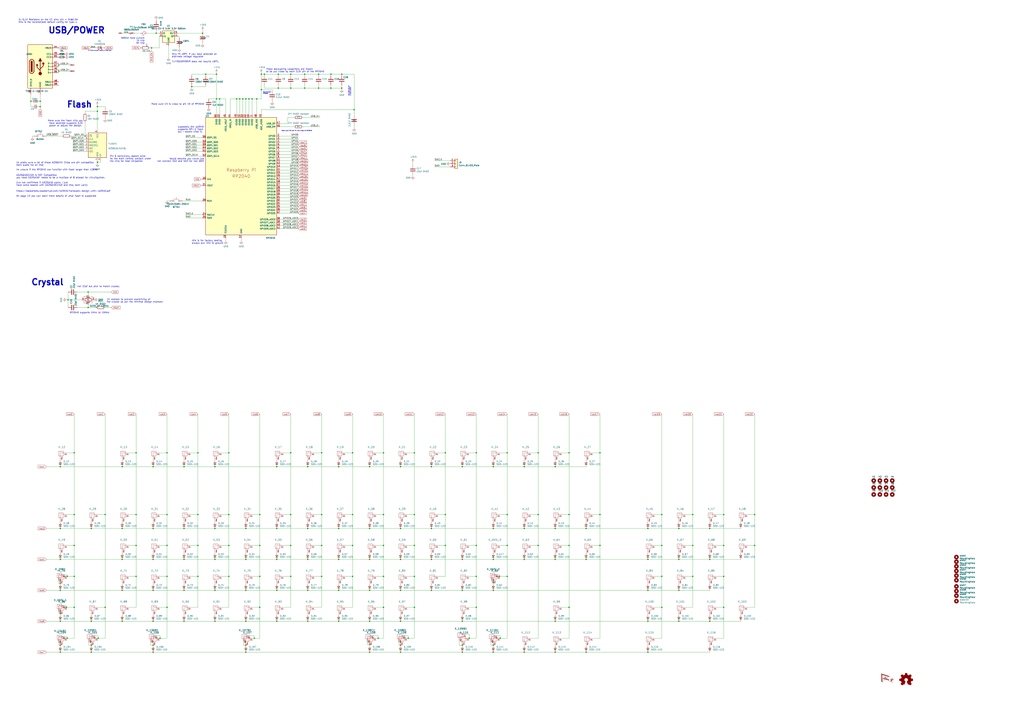
<source format=kicad_sch>
(kicad_sch (version 20230121) (generator eeschema)
  (paper "A1")
  (junction (at 328.93 459.74))
  (junction (at 131.445 524.51))
  (junction (at 467.36 372.11))
  (junction (at 594.36 473.71))
  (junction (at 328.93 383.54))
  (junction (at 238.76 72.39))
  (junction (at 227.33 485.14))
  (junction (at 416.56 473.71))
  (junction (at 125.73 485.14))
  (junction (at 201.93 81.28))
  (junction (at 250.19 60.96))
  (junction (at 391.16 473.71))
  (junction (at 162.56 473.71))
  (junction (at 176.53 383.54))
  (junction (at 568.96 422.91))
  (junction (at 280.67 72.39))
  (junction (at 125.73 383.54))
  (junction (at 238.76 473.71))
  (junction (at 210.82 81.28))
  (junction (at 201.93 510.54))
  (junction (at 303.53 510.54))
  (junction (at 201.93 434.34))
  (junction (at 405.13 530.225))
  (junction (at 328.93 530.225))
  (junction (at 543.56 499.11))
  (junction (at 204.47 81.28))
  (junction (at 55.245 524.51))
  (junction (at 303.53 459.74))
  (junction (at 289.56 372.11))
  (junction (at 60.96 473.71))
  (junction (at 49.53 434.34))
  (junction (at 180.34 81.28))
  (junction (at 328.93 485.14))
  (junction (at 49.53 479.425))
  (junction (at 213.36 448.31))
  (junction (at 557.53 510.54))
  (junction (at 48.26 58.42))
  (junction (at 328.93 535.94))
  (junction (at 354.33 485.14))
  (junction (at 48.26 53.34))
  (junction (at 340.36 422.91))
  (junction (at 557.53 459.74))
  (junction (at 379.73 459.74))
  (junction (at 379.73 530.225))
  (junction (at 176.53 434.34))
  (junction (at 455.93 459.74))
  (junction (at 385.445 524.51))
  (junction (at 365.76 422.91))
  (junction (at 213.36 499.11))
  (junction (at 33.02 87.63))
  (junction (at 100.33 510.54))
  (junction (at 187.96 372.11))
  (junction (at 214.63 73.66))
  (junction (at 72.39 240.03))
  (junction (at 60.96 499.11))
  (junction (at 213.36 422.91))
  (junction (at 619.76 422.91))
  (junction (at 49.53 485.14))
  (junction (at 455.93 434.34))
  (junction (at 207.01 81.28))
  (junction (at 137.16 372.11))
  (junction (at 430.53 459.74))
  (junction (at 80.01 87.63))
  (junction (at 314.96 473.71))
  (junction (at 201.93 530.225))
  (junction (at 125.73 535.94))
  (junction (at 238.76 60.96))
  (junction (at 340.36 448.31))
  (junction (at 354.33 383.54))
  (junction (at 177.8 60.96))
  (junction (at 594.36 448.31))
  (junction (at 532.13 459.74))
  (junction (at 194.31 81.28))
  (junction (at 532.13 535.94))
  (junction (at 151.13 510.54))
  (junction (at 314.96 499.11))
  (junction (at 271.78 72.39))
  (junction (at 125.73 530.225))
  (junction (at 177.8 81.28))
  (junction (at 137.16 473.71))
  (junction (at 151.13 434.34))
  (junction (at 467.36 499.11))
  (junction (at 354.33 434.34))
  (junction (at 208.915 524.51))
  (junction (at 162.56 372.11))
  (junction (at 227.33 434.34))
  (junction (at 557.53 485.14))
  (junction (at 261.62 72.39))
  (junction (at 416.56 422.91))
  (junction (at 455.93 383.54))
  (junction (at 619.76 448.31))
  (junction (at 201.93 535.94))
  (junction (at 405.13 478.79))
  (junction (at 568.96 473.71))
  (junction (at 582.93 459.74))
  (junction (at 582.93 510.54))
  (junction (at 467.36 422.91))
  (junction (at 492.76 422.91))
  (junction (at 582.93 434.34))
  (junction (at 60.96 372.11))
  (junction (at 303.53 383.54))
  (junction (at 196.85 81.28))
  (junction (at 201.93 485.14))
  (junction (at 214.63 60.96))
  (junction (at 100.33 383.54))
  (junction (at 416.56 372.11))
  (junction (at 405.13 459.74))
  (junction (at 405.13 485.14))
  (junction (at 176.53 485.14))
  (junction (at 49.53 383.54))
  (junction (at 303.53 434.34))
  (junction (at 289.56 473.71))
  (junction (at 278.13 485.14))
  (junction (at 594.36 499.11))
  (junction (at 49.53 510.54))
  (junction (at 441.96 422.91))
  (junction (at 157.48 71.12))
  (junction (at 314.96 372.11))
  (junction (at 328.93 434.34))
  (junction (at 410.845 524.51))
  (junction (at 264.16 372.11))
  (junction (at 187.96 448.31))
  (junction (at 74.93 535.94))
  (junction (at 151.13 459.74))
  (junction (at 49.53 459.74))
  (junction (at 238.76 422.91))
  (junction (at 430.53 535.94))
  (junction (at 125.73 434.34))
  (junction (at 111.76 422.91))
  (junction (at 80.01 133.35))
  (junction (at 176.53 510.54))
  (junction (at 228.6 60.96))
  (junction (at 391.16 499.11))
  (junction (at 543.56 422.91))
  (junction (at 354.33 459.74))
  (junction (at 55.88 246.38))
  (junction (at 213.36 473.71))
  (junction (at 151.13 485.14))
  (junction (at 228.6 72.39))
  (junction (at 187.96 422.91))
  (junction (at 264.16 473.71))
  (junction (at 176.53 459.74))
  (junction (at 328.93 510.54))
  (junction (at 278.13 383.54))
  (junction (at 86.36 422.91))
  (junction (at 532.13 510.54))
  (junction (at 335.28 524.51))
  (junction (at 252.73 434.34))
  (junction (at 250.19 72.39))
  (junction (at 492.76 448.31))
  (junction (at 54.61 499.11))
  (junction (at 568.96 448.31))
  (junction (at 86.36 499.11))
  (junction (at 238.76 448.31))
  (junction (at 314.96 448.31))
  (junction (at 430.53 383.54))
  (junction (at 125.73 510.54))
  (junction (at 365.76 448.31))
  (junction (at 162.56 422.91))
  (junction (at 303.53 535.94))
  (junction (at 455.93 510.54))
  (junction (at 543.56 473.71))
  (junction (at 137.16 499.11))
  (junction (at 137.16 422.91))
  (junction (at 289.56 422.91))
  (junction (at 227.33 383.54))
  (junction (at 314.96 422.91))
  (junction (at 252.73 383.54))
  (junction (at 391.16 372.11))
  (junction (at 405.13 383.54))
  (junction (at 162.56 448.31))
  (junction (at 467.36 448.31))
  (junction (at 271.78 60.96))
  (junction (at 310.515 524.51))
  (junction (at 289.56 448.31))
  (junction (at 340.36 499.11))
  (junction (at 74.93 530.225))
  (junction (at 111.76 473.71))
  (junction (at 492.76 372.11))
  (junction (at 168.91 60.96))
  (junction (at 391.16 448.31))
  (junction (at 278.13 459.74))
  (junction (at 49.53 530.225))
  (junction (at 199.39 81.28))
  (junction (at 379.73 485.14))
  (junction (at 49.53 504.19))
  (junction (at 405.13 535.94))
  (junction (at 340.36 372.11))
  (junction (at 532.13 485.14))
  (junction (at 166.37 27.305))
  (junction (at 74.93 434.34))
  (junction (at 100.33 459.74))
  (junction (at 303.53 529.59))
  (junction (at 100.33 485.14))
  (junction (at 481.33 459.74))
  (junction (at 72.39 252.73))
  (junction (at 238.76 372.11))
  (junction (at 481.33 535.94))
  (junction (at 278.13 510.54))
  (junction (at 227.33 459.74))
  (junction (at 151.13 383.54))
  (junction (at 264.16 422.91))
  (junction (at 227.33 510.54))
  (junction (at 264.16 448.31))
  (junction (at 69.85 111.76))
  (junction (at 594.36 422.91))
  (junction (at 125.73 459.74))
  (junction (at 280.67 60.96))
  (junction (at 201.93 459.74))
  (junction (at 441.96 448.31))
  (junction (at 290.83 90.17))
  (junction (at 441.96 372.11))
  (junction (at 410.21 473.71))
  (junction (at 278.13 434.34))
  (junction (at 124.46 39.37))
  (junction (at 80.645 524.51))
  (junction (at 55.245 473.71))
  (junction (at 111.76 448.31))
  (junction (at 365.76 372.11))
  (junction (at 557.53 434.34))
  (junction (at 405.13 434.34))
  (junction (at 187.96 473.71))
  (junction (at 252.73 510.54))
  (junction (at 261.62 60.96))
  (junction (at 111.76 372.11))
  (junction (at 49.53 535.94))
  (junction (at 340.36 473.71))
  (junction (at 416.56 448.31))
  (junction (at 60.96 422.91))
  (junction (at 532.13 434.34))
  (junction (at 481.33 434.34))
  (junction (at 430.53 434.34))
  (junction (at 379.73 535.94))
  (junction (at 303.53 485.14))
  (junction (at 252.73 459.74))
  (junction (at 217.17 60.96))
  (junction (at 100.33 434.34))
  (junction (at 543.56 448.31))
  (junction (at 128.27 27.305))
  (junction (at 137.16 448.31))
  (junction (at 60.96 448.31))
  (junction (at 25.4 83.185))
  (junction (at 33.02 83.185))
  (junction (at 252.73 485.14))
  (junction (at 80.01 91.44))
  (junction (at 455.93 535.94))
  (junction (at 379.73 510.54))
  (junction (at 379.73 383.54))
  (junction (at 74.93 510.54))
  (wire (pts (xy 264.16 448.31) (xy 264.16 422.91)))
  (wire (pts (xy 385.445 524.51) (xy 391.16 524.51)))
  (wire (pts (xy 557.53 434.34) (xy 582.93 434.34)))
  (wire (pts (xy 486.41 422.91) (xy 492.76 422.91)))
  (wire (pts (xy 290.83 90.17) (xy 290.83 95.25)))
  (wire (pts (xy 176.53 510.54) (xy 201.93 510.54)))
  (wire (pts (xy 177.8 81.28) (xy 171.45 81.28)))
  (wire (pts (xy 214.63 90.17) (xy 290.83 90.17)))
  (wire (pts (xy 74.93 530.225) (xy 74.93 530.86)))
  (wire (pts (xy 588.01 499.11) (xy 594.36 499.11)))
  (wire (pts (xy 461.01 448.31) (xy 467.36 448.31)))
  (wire (pts (xy 557.53 510.54) (xy 582.93 510.54)))
  (wire (pts (xy 303.53 427.99) (xy 303.53 429.26)))
  (wire (pts (xy 416.56 372.11) (xy 416.56 340.36)))
  (wire (pts (xy 403.225 530.225) (xy 405.13 530.225)))
  (wire (pts (xy 176.53 453.39) (xy 176.53 454.66)))
  (wire (pts (xy 151.13 434.34) (xy 176.53 434.34)))
  (wire (pts (xy 55.88 246.38) (xy 54.61 246.38)))
  (wire (pts (xy 328.93 459.74) (xy 354.33 459.74)))
  (wire (pts (xy 379.73 459.74) (xy 405.13 459.74)))
  (wire (pts (xy 80.01 422.91) (xy 86.36 422.91)))
  (wire (pts (xy 232.41 499.11) (xy 238.76 499.11)))
  (wire (pts (xy 25.4 83.185) (xy 25.4 87.63)))
  (wire (pts (xy 252.73 453.39) (xy 252.73 454.66)))
  (wire (pts (xy 410.21 448.31) (xy 416.56 448.31)))
  (wire (pts (xy 80.01 91.44) (xy 80.01 106.68)))
  (wire (pts (xy 201.93 427.99) (xy 201.93 429.26)))
  (wire (pts (xy 166.37 24.765) (xy 166.37 27.305)))
  (wire (pts (xy 492.76 372.11) (xy 492.76 422.91)))
  (wire (pts (xy 49.53 504.19) (xy 49.53 505.46)))
  (wire (pts (xy 481.33 427.99) (xy 481.33 429.26)))
  (wire (pts (xy 207.01 499.11) (xy 213.36 499.11)))
  (wire (pts (xy 238.76 372.11) (xy 238.76 422.91)))
  (wire (pts (xy 232.41 448.31) (xy 238.76 448.31)))
  (wire (pts (xy 207.01 524.51) (xy 208.915 524.51)))
  (wire (pts (xy 49.53 529.59) (xy 49.53 530.225)))
  (wire (pts (xy 38.1 434.34) (xy 49.53 434.34)))
  (wire (pts (xy 303.53 529.59) (xy 303.53 530.86)))
  (wire (pts (xy 137.16 499.11) (xy 137.16 473.71)))
  (wire (pts (xy 379.73 383.54) (xy 405.13 383.54)))
  (wire (pts (xy 278.13 383.54) (xy 303.53 383.54)))
  (wire (pts (xy 69.85 92.71) (xy 69.85 91.44)))
  (wire (pts (xy 69.85 124.46) (xy 59.69 124.46)))
  (wire (pts (xy 430.53 427.99) (xy 430.53 429.26)))
  (wire (pts (xy 379.73 529.59) (xy 379.73 530.225)))
  (wire (pts (xy 69.85 116.84) (xy 59.69 116.84)))
  (wire (pts (xy 229.87 121.92) (xy 245.11 121.92)))
  (wire (pts (xy 557.53 453.39) (xy 557.53 454.66)))
  (wire (pts (xy 467.36 340.36) (xy 467.36 372.11)))
  (wire (pts (xy 49.53 479.425) (xy 49.53 480.06)))
  (wire (pts (xy 124.46 39.37) (xy 124.46 41.91)))
  (wire (pts (xy 382.27 521.335) (xy 385.445 521.335)))
  (wire (pts (xy 289.56 499.11) (xy 289.56 473.71)))
  (wire (pts (xy 181.61 473.71) (xy 187.96 473.71)))
  (wire (pts (xy 340.36 448.31) (xy 340.36 422.91)))
  (wire (pts (xy 125.73 427.99) (xy 125.73 429.26)))
  (wire (pts (xy 537.21 499.11) (xy 543.56 499.11)))
  (wire (pts (xy 49.53 535.94) (xy 74.93 535.94)))
  (wire (pts (xy 125.73 377.19) (xy 125.73 378.46)))
  (wire (pts (xy 408.305 522.605) (xy 410.845 522.605)))
  (wire (pts (xy 86.36 96.52) (xy 86.36 97.79)))
  (wire (pts (xy 264.16 499.11) (xy 264.16 473.71)))
  (wire (pts (xy 72.39 240.03) (xy 91.44 240.03)))
  (wire (pts (xy 455.93 434.34) (xy 481.33 434.34)))
  (wire (pts (xy 613.41 499.11) (xy 619.76 499.11)))
  (wire (pts (xy 38.1 485.14) (xy 49.53 485.14)))
  (wire (pts (xy 354.33 453.39) (xy 354.33 454.66)))
  (wire (pts (xy 111.76 473.71) (xy 111.76 448.31)))
  (wire (pts (xy 229.87 187.96) (xy 245.11 187.96)))
  (wire (pts (xy 543.56 422.91) (xy 543.56 448.31)))
  (wire (pts (xy 328.93 434.34) (xy 354.33 434.34)))
  (wire (pts (xy 410.845 522.605) (xy 410.845 524.51)))
  (wire (pts (xy 74.93 504.19) (xy 74.93 505.46)))
  (wire (pts (xy 379.73 530.225) (xy 379.73 530.86)))
  (wire (pts (xy 334.01 448.31) (xy 340.36 448.31)))
  (wire (pts (xy 100.33 434.34) (xy 125.73 434.34)))
  (wire (pts (xy 157.48 71.12) (xy 168.91 71.12)))
  (wire (pts (xy 214.63 60.96) (xy 214.63 73.66)))
  (wire (pts (xy 100.33 427.99) (xy 100.33 429.26)))
  (wire (pts (xy 261.62 62.23) (xy 261.62 60.96)))
  (wire (pts (xy 278.13 427.99) (xy 278.13 429.26)))
  (wire (pts (xy 229.87 167.64) (xy 245.11 167.64)))
  (wire (pts (xy 100.33 504.19) (xy 100.33 505.46)))
  (wire (pts (xy 157.48 71.12) (xy 157.48 72.39)))
  (wire (pts (xy 236.22 96.52) (xy 236.22 101.6)))
  (wire (pts (xy 185.42 195.58) (xy 185.42 198.12)))
  (wire (pts (xy 403.86 477.52) (xy 403.86 478.79)))
  (wire (pts (xy 60.96 499.11) (xy 60.96 473.71)))
  (wire (pts (xy 238.76 499.11) (xy 238.76 473.71)))
  (wire (pts (xy 250.19 60.96) (xy 261.62 60.96)))
  (wire (pts (xy 582.93 529.59) (xy 582.93 530.86)))
  (wire (pts (xy 328.93 535.94) (xy 379.73 535.94)))
  (wire (pts (xy 532.13 535.94) (xy 582.93 535.94)))
  (wire (pts (xy 125.73 530.225) (xy 125.73 530.86)))
  (wire (pts (xy 354.33 459.74) (xy 379.73 459.74)))
  (wire (pts (xy 147.32 31.115) (xy 147.32 29.845)))
  (wire (pts (xy 207.01 473.71) (xy 213.36 473.71)))
  (wire (pts (xy 185.42 93.98) (xy 185.42 81.28)))
  (wire (pts (xy 264.16 340.36) (xy 264.16 372.11)))
  (wire (pts (xy 252.73 434.34) (xy 278.13 434.34)))
  (wire (pts (xy 236.22 96.52) (xy 241.3 96.52)))
  (wire (pts (xy 48.26 57.15) (xy 48.26 58.42)))
  (wire (pts (xy 166.37 179.07) (xy 152.4 179.07)))
  (wire (pts (xy 619.76 499.11) (xy 619.76 448.31)))
  (wire (pts (xy 185.42 81.28) (xy 180.34 81.28)))
  (wire (pts (xy 227.33 434.34) (xy 252.73 434.34)))
  (wire (pts (xy 151.13 453.39) (xy 151.13 454.66)))
  (wire (pts (xy 48.26 58.42) (xy 48.26 59.69)))
  (wire (pts (xy 54.61 372.11) (xy 60.96 372.11)))
  (wire (pts (xy 165.1 147.32) (xy 166.37 147.32)))
  (wire (pts (xy 31.75 87.63) (xy 33.02 87.63)))
  (wire (pts (xy 130.81 524.51) (xy 131.445 524.51)))
  (wire (pts (xy 100.33 510.54) (xy 125.73 510.54)))
  (wire (pts (xy 151.13 478.79) (xy 151.13 480.06)))
  (wire (pts (xy 461.01 422.91) (xy 467.36 422.91)))
  (wire (pts (xy 166.37 128.27) (xy 152.4 128.27)))
  (wire (pts (xy 73.025 527.685) (xy 73.025 530.225)))
  (wire (pts (xy 128.27 27.305) (xy 130.81 27.305)))
  (wire (pts (xy 430.53 535.94) (xy 455.93 535.94)))
  (wire (pts (xy 278.13 485.14) (xy 303.53 485.14)))
  (wire (pts (xy 201.93 459.74) (xy 227.33 459.74)))
  (wire (pts (xy 152.4 121.92) (xy 166.37 121.92)))
  (wire (pts (xy 60.96 448.31) (xy 60.96 422.91)))
  (wire (pts (xy 303.53 383.54) (xy 328.93 383.54)))
  (wire (pts (xy 613.41 448.31) (xy 619.76 448.31)))
  (wire (pts (xy 125.73 453.39) (xy 125.73 454.66)))
  (wire (pts (xy 54.61 448.31) (xy 60.96 448.31)))
  (wire (pts (xy 261.62 60.96) (xy 271.78 60.96)))
  (wire (pts (xy 405.13 485.14) (xy 532.13 485.14)))
  (wire (pts (xy 619.76 340.36) (xy 619.76 422.91)))
  (wire (pts (xy 55.245 524.51) (xy 60.96 524.51)))
  (wire (pts (xy 27.94 111.76) (xy 26.67 111.76)))
  (wire (pts (xy 125.73 529.59) (xy 125.73 530.225)))
  (wire (pts (xy 54.61 497.84) (xy 54.61 499.11)))
  (wire (pts (xy 384.81 499.11) (xy 391.16 499.11)))
  (wire (pts (xy 405.13 530.225) (xy 405.13 530.86)))
  (wire (pts (xy 283.21 473.71) (xy 289.56 473.71)))
  (wire (pts (xy 290.83 60.96) (xy 280.67 60.96)))
  (wire (pts (xy 138.43 37.465) (xy 138.43 47.625)))
  (wire (pts (xy 562.61 473.71) (xy 568.96 473.71)))
  (wire (pts (xy 582.93 453.39) (xy 582.93 454.66)))
  (wire (pts (xy 130.81 499.11) (xy 137.16 499.11)))
  (wire (pts (xy 229.87 104.14) (xy 241.3 104.14)))
  (wire (pts (xy 213.36 340.36) (xy 213.36 422.91)))
  (wire (pts (xy 492.76 448.31) (xy 492.76 422.91)))
  (wire (pts (xy 60.96 473.71) (xy 60.96 448.31)))
  (wire (pts (xy 80.645 522.605) (xy 80.645 524.51)))
  (wire (pts (xy 201.93 535.94) (xy 303.53 535.94)))
  (wire (pts (xy 303.53 510.54) (xy 328.93 510.54)))
  (wire (pts (xy 229.87 147.32) (xy 245.11 147.32)))
  (wire (pts (xy 38.1 459.74) (xy 49.53 459.74)))
  (wire (pts (xy 86.36 422.91) (xy 86.36 499.11)))
  (wire (pts (xy 486.41 524.51) (xy 492.76 524.51)))
  (wire (pts (xy 49.53 530.225) (xy 49.53 530.86)))
  (wire (pts (xy 223.52 82.55) (xy 223.52 83.82)))
  (wire (pts (xy 328.93 377.19) (xy 328.93 378.46)))
  (wire (pts (xy 405.13 529.59) (xy 405.13 530.225)))
  (wire (pts (xy 189.23 81.28) (xy 194.31 81.28)))
  (wire (pts (xy 340.36 499.11) (xy 340.36 473.71)))
  (wire (pts (xy 227.33 383.54) (xy 252.73 383.54)))
  (wire (pts (xy 201.93 453.39) (xy 201.93 454.66)))
  (wire (pts (xy 356.87 137.16) (xy 369.57 137.16)))
  (wire (pts (xy 455.93 504.19) (xy 455.93 505.46)))
  (wire (pts (xy 532.13 478.79) (xy 532.13 480.06)))
  (wire (pts (xy 130.81 473.71) (xy 137.16 473.71)))
  (wire (pts (xy 283.21 422.91) (xy 289.56 422.91)))
  (wire (pts (xy 208.915 524.51) (xy 213.36 524.51)))
  (wire (pts (xy 568.96 473.71) (xy 568.96 448.31)))
  (wire (pts (xy 214.63 73.66) (xy 223.52 73.66)))
  (wire (pts (xy 252.73 459.74) (xy 278.13 459.74)))
  (wire (pts (xy 403.225 527.685) (xy 403.225 530.225)))
  (wire (pts (xy 430.53 453.39) (xy 430.53 454.66)))
  (wire (pts (xy 194.31 93.98) (xy 194.31 81.28)))
  (wire (pts (xy 335.28 522.605) (xy 335.28 524.51)))
  (wire (pts (xy 55.88 252.73) (xy 55.88 246.38)))
  (wire (pts (xy 48.26 58.42) (xy 57.15 58.42)))
  (wire (pts (xy 334.01 473.71) (xy 340.36 473.71)))
  (wire (pts (xy 201.93 478.79) (xy 201.93 480.06)))
  (wire (pts (xy 334.01 422.91) (xy 340.36 422.91)))
  (wire (pts (xy 328.93 427.99) (xy 328.93 429.26)))
  (wire (pts (xy 408.94 472.44) (xy 410.21 472.44)))
  (wire (pts (xy 78.105 522.605) (xy 80.645 522.605)))
  (wire (pts (xy 543.56 499.11) (xy 543.56 473.71)))
  (wire (pts (xy 74.295 39.37) (xy 78.105 39.37)))
  (wire (pts (xy 55.245 472.44) (xy 55.245 473.71)))
  (wire (pts (xy 229.87 139.7) (xy 245.11 139.7)))
  (wire (pts (xy 49.53 434.34) (xy 74.93 434.34)))
  (wire (pts (xy 228.6 72.39) (xy 238.76 72.39)))
  (wire (pts (xy 532.13 434.34) (xy 557.53 434.34)))
  (wire (pts (xy 327.66 530.225) (xy 328.93 530.225)))
  (wire (pts (xy 33.02 77.47) (xy 33.02 83.185)))
  (wire (pts (xy 213.36 499.11) (xy 213.36 473.71)))
  (wire (pts (xy 290.83 102.87) (xy 290.83 105.41)))
  (wire (pts (xy 54.61 473.71) (xy 55.245 473.71)))
  (wire (pts (xy 354.33 377.19) (xy 354.33 378.46)))
  (wire (pts (xy 130.81 422.91) (xy 137.16 422.91)))
  (wire (pts (xy 594.36 524.51) (xy 594.36 499.11)))
  (wire (pts (xy 152.4 116.84) (xy 166.37 116.84)))
  (wire (pts (xy 238.76 69.85) (xy 238.76 72.39)))
  (wire (pts (xy 120.65 27.305) (xy 128.27 27.305)))
  (wire (pts (xy 176.53 459.74) (xy 201.93 459.74)))
  (wire (pts (xy 229.87 162.56) (xy 245.11 162.56)))
  (wire (pts (xy 416.56 473.71) (xy 416.56 448.31)))
  (wire (pts (xy 100.33 383.54) (xy 125.73 383.54)))
  (wire (pts (xy 157.48 69.85) (xy 157.48 71.12)))
  (wire (pts (xy 467.36 499.11) (xy 467.36 448.31)))
  (wire (pts (xy 26.67 83.185) (xy 25.4 83.185)))
  (wire (pts (xy 162.56 473.71) (xy 162.56 448.31)))
  (wire (pts (xy 54.61 524.51) (xy 55.245 524.51)))
  (wire (pts (xy 532.13 485.14) (xy 557.53 485.14)))
  (wire (pts (xy 568.96 340.36) (xy 568.96 422.91)))
  (wire (pts (xy 137.16 524.51) (xy 137.16 499.11)))
  (wire (pts (xy 303.53 478.79) (xy 303.53 480.06)))
  (wire (pts (xy 248.92 96.52) (xy 262.89 96.52)))
  (wire (pts (xy 365.76 448.31) (xy 365.76 422.91)))
  (wire (pts (xy 80.01 133.35) (xy 82.55 133.35)))
  (wire (pts (xy 328.93 510.54) (xy 379.73 510.54)))
  (wire (pts (xy 229.87 129.54) (xy 245.11 129.54)))
  (wire (pts (xy 201.93 485.14) (xy 227.33 485.14)))
  (wire (pts (xy 228.6 62.23) (xy 228.6 60.96)))
  (wire (pts (xy 201.93 504.19) (xy 201.93 505.46)))
  (wire (pts (xy 86.36 524.51) (xy 86.36 499.11)))
  (wire (pts (xy 271.78 60.96) (xy 271.78 62.23)))
  (wire (pts (xy 194.31 81.28) (xy 196.85 81.28)))
  (wire (pts (xy 543.56 524.51) (xy 543.56 499.11)))
  (wire (pts (xy 181.61 422.91) (xy 187.96 422.91)))
  (wire (pts (xy 147.32 40.005) (xy 147.32 38.735)))
  (wire (pts (xy 391.16 372.11) (xy 391.16 448.31)))
  (wire (pts (xy 608.33 427.99) (xy 608.33 429.26)))
  (wire (pts (xy 340.36 372.11) (xy 340.36 340.36)))
  (wire (pts (xy 365.76 473.71) (xy 365.76 448.31)))
  (wire (pts (xy 227.33 453.39) (xy 227.33 454.66)))
  (wire (pts (xy 177.8 60.96) (xy 177.8 81.28)))
  (wire (pts (xy 340.36 473.71) (xy 340.36 448.31)))
  (wire (pts (xy 229.87 134.62) (xy 245.11 134.62)))
  (wire (pts (xy 308.61 372.11) (xy 314.96 372.11)))
  (wire (pts (xy 227.33 459.74) (xy 252.73 459.74)))
  (wire (pts (xy 100.33 478.79) (xy 100.33 480.06)))
  (wire (pts (xy 481.33 453.39) (xy 481.33 454.66)))
  (wire (pts (xy 557.53 427.99) (xy 557.53 429.26)))
  (wire (pts (xy 111.76 372.11) (xy 111.76 340.36)))
  (wire (pts (xy 151.13 510.54) (xy 176.53 510.54)))
  (wire (pts (xy 201.93 93.98) (xy 201.93 81.28)))
  (wire (pts (xy 58.42 111.76) (xy 69.85 111.76)))
  (wire (pts (xy 416.56 372.11) (xy 416.56 422.91)))
  (wire (pts (xy 588.01 473.71) (xy 594.36 473.71)))
  (wire (pts (xy 189.23 93.98) (xy 189.23 81.28)))
  (wire (pts (xy 151.13 427.99) (xy 151.13 429.26)))
  (wire (pts (xy 187.96 372.11) (xy 187.96 422.91)))
  (wire (pts (xy 385.445 521.335) (xy 385.445 524.51)))
  (wire (pts (xy 227.33 427.99) (xy 227.33 429.26)))
  (wire (pts (xy 156.21 499.11) (xy 162.56 499.11)))
  (wire (pts (xy 492.76 524.51) (xy 492.76 448.31)))
  (wire (pts (xy 157.48 60.96) (xy 168.91 60.96)))
  (wire (pts (xy 391.16 524.51) (xy 391.16 499.11)))
  (wire (pts (xy 217.17 60.96) (xy 228.6 60.96)))
  (wire (pts (xy 301.625 529.59) (xy 303.53 529.59)))
  (wire (pts (xy 557.53 504.19) (xy 557.53 505.46)))
  (wire (pts (xy 48.26 502.92) (xy 48.26 504.19)))
  (wire (pts (xy 228.6 60.96) (xy 238.76 60.96)))
  (wire (pts (xy 49.53 453.39) (xy 49.53 454.66)))
  (wire (pts (xy 537.21 422.91) (xy 543.56 422.91)))
  (wire (pts (xy 441.96 448.31) (xy 441.96 422.91)))
  (wire (pts (xy 486.41 448.31) (xy 492.76 448.31)))
  (wire (pts (xy 441.96 372.11) (xy 441.96 422.91)))
  (wire (pts (xy 180.34 81.28) (xy 177.8 81.28)))
  (wire (pts (xy 619.76 422.91) (xy 619.76 448.31)))
  (wire (pts (xy 213.36 422.91) (xy 213.36 448.31)))
  (wire (pts (xy 229.87 111.76) (xy 245.11 111.76)))
  (wire (pts (xy 283.21 499.11) (xy 289.56 499.11)))
  (wire (pts (xy 410.21 422.91) (xy 416.56 422.91)))
  (wire (pts (xy 455.93 535.94) (xy 481.33 535.94)))
  (wire (pts (xy 328.93 383.54) (xy 354.33 383.54)))
  (wire (pts (xy 58.42 114.3) (xy 69.85 114.3)))
  (wire (pts (xy 257.81 499.11) (xy 264.16 499.11)))
  (wire (pts (xy 328.93 485.14) (xy 354.33 485.14)))
  (wire (pts (xy 229.87 182.88) (xy 245.11 182.88)))
  (wire (pts (xy 410.21 524.51) (xy 410.845 524.51)))
  (wire (pts (xy 250.19 62.23) (xy 250.19 60.96)))
  (wire (pts (xy 48.26 479.425) (xy 49.53 479.425)))
  (wire (pts (xy 38.1 510.54) (xy 49.53 510.54)))
  (wire (pts (xy 137.16 473.71) (xy 137.16 448.31)))
  (wire (pts (xy 181.61 448.31) (xy 187.96 448.31)))
  (wire (pts (xy 105.41 473.71) (xy 111.76 473.71)))
  (wire (pts (xy 252.73 485.14) (xy 278.13 485.14)))
  (wire (pts (xy 391.16 372.11) (xy 391.16 340.36)))
  (wire (pts (xy 228.6 72.39) (xy 228.6 69.85)))
  (wire (pts (xy 229.87 144.78) (xy 245.11 144.78)))
  (wire (pts (xy 250.19 72.39) (xy 238.76 72.39)))
  (wire (pts (xy 303.53 459.74) (xy 328.93 459.74)))
  (wire (pts (xy 405.13 478.79) (xy 405.13 480.06)))
  (wire (pts (xy 543.56 473.71) (xy 543.56 448.31)))
  (wire (pts (xy 176.53 485.14) (xy 201.93 485.14)))
  (wire (pts (xy 562.61 422.91) (xy 568.96 422.91)))
  (wire (pts (xy 162.56 448.31) (xy 162.56 422.91)))
  (wire (pts (xy 54.61 499.11) (xy 60.96 499.11)))
  (wire (pts (xy 26.67 111.76) (xy 26.67 113.03)))
  (wire (pts (xy 80.01 499.11) (xy 86.36 499.11)))
  (wire (pts (xy 210.82 93.98) (xy 210.82 81.28)))
  (wire (pts (xy 74.93 434.34) (xy 100.33 434.34)))
  (wire (pts (xy 74.93 535.94) (xy 125.73 535.94)))
  (wire (pts (xy 176.53 427.99) (xy 176.53 429.26)))
  (wire (pts (xy 430.53 377.19) (xy 430.53 378.46)))
  (wire (pts (xy 334.01 524.51) (xy 335.28 524.51)))
  (wire (pts (xy 151.13 377.19) (xy 151.13 378.46)))
  (wire (pts (xy 168.91 60.96) (xy 177.8 60.96)))
  (wire (pts (xy 217.17 69.85) (xy 217.17 72.39)))
  (wire (pts (xy 213.36 524.51) (xy 213.36 499.11)))
  (wire (pts (xy 377.19 530.225) (xy 379.73 530.225)))
  (wire (pts (xy 162.56 372.11) (xy 162.56 340.36)))
  (wire (pts (xy 63.5 240.03) (xy 72.39 240.03)))
  (wire (pts (xy 217.17 62.23) (xy 217.17 60.96)))
  (wire (pts (xy 481.33 434.34) (xy 532.13 434.34)))
  (wire (pts (xy 250.19 69.85) (xy 250.19 72.39)))
  (wire (pts (xy 252.73 504.19) (xy 252.73 505.46)))
  (wire (pts (xy 229.87 124.46) (xy 245.11 124.46)))
  (wire (pts (xy 562.61 499.11) (xy 568.96 499.11)))
  (wire (pts (xy 229.87 154.94) (xy 245.11 154.94)))
  (wire (pts (xy 100.33 453.39) (xy 100.33 454.66)))
  (wire (pts (xy 128.27 24.765) (xy 128.27 27.305)))
  (wire (pts (xy 229.87 132.08) (xy 245.11 132.08)))
  (wire (pts (xy 562.61 448.31) (xy 568.96 448.31)))
  (wire (pts (xy 128.27 17.145) (xy 128.27 15.875)))
  (wire (pts (xy 405.13 434.34) (xy 430.53 434.34)))
  (wire (pts (xy 410.21 472.44) (xy 410.21 473.71)))
  (wire (pts (xy 238.76 473.71) (xy 238.76 448.31)))
  (wire (pts (xy 328.93 504.19) (xy 328.93 505.46)))
  (wire (pts (xy 151.13 485.14) (xy 176.53 485.14)))
  (wire (pts (xy 339.09 133.35) (xy 339.09 135.89)))
  (wire (pts (xy 334.01 499.11) (xy 340.36 499.11)))
  (wire (pts (xy 257.81 448.31) (xy 264.16 448.31)))
  (wire (pts (xy 379.73 510.54) (xy 455.93 510.54)))
  (wire (pts (xy 359.41 473.71) (xy 365.76 473.71)))
  (wire (pts (xy 229.87 185.42) (xy 245.11 185.42)))
  (wire (pts (xy 238.76 372.11) (xy 238.76 340.36)))
  (wire (pts (xy 156.21 448.31) (xy 162.56 448.31)))
  (wire (pts (xy 481.33 459.74) (xy 532.13 459.74)))
  (wire (pts (xy 201.93 530.225) (xy 201.93 530.86)))
  (wire (pts (xy 608.33 504.19) (xy 608.33 505.46)))
  (wire (pts (xy 137.16 340.36) (xy 137.16 372.11)))
  (wire (pts (xy 314.96 372.11) (xy 314.96 422.91)))
  (wire (pts (xy 455.93 459.74) (xy 481.33 459.74)))
  (wire (pts (xy 441.96 340.36) (xy 441.96 372.11)))
  (wire (pts (xy 314.96 372.11) (xy 314.96 340.36)))
  (wire (pts (xy 308.61 499.11) (xy 314.96 499.11)))
  (wire (pts (xy 78.74 252.73) (xy 72.39 252.73)))
  (wire (pts (xy 181.61 499.11) (xy 187.96 499.11)))
  (wire (pts (xy 290.83 90.17) (xy 290.83 60.96)))
  (wire (pts (xy 49.53 427.99) (xy 49.53 429.26)))
  (wire (pts (xy 227.33 377.19) (xy 227.33 378.46)))
  (wire (pts (xy 354.33 434.34) (xy 405.13 434.34)))
  (wire (pts (xy 379.73 453.39) (xy 379.73 454.66)))
  (wire (pts (xy 532.13 529.59) (xy 532.13 530.86)))
  (wire (pts (xy 582.93 478.79) (xy 582.93 480.06)))
  (wire (pts (xy 105.41 499.11) (xy 111.76 499.11)))
  (wire (pts (xy 303.53 453.39) (xy 303.53 454.66)))
  (wire (pts (xy 139.7 165.1) (xy 137.16 165.1)))
  (wire (pts (xy 205.105 522.605) (xy 208.915 522.605)))
  (wire (pts (xy 229.87 149.86) (xy 245.11 149.86)))
  (wire (pts (xy 455.93 453.39) (xy 455.93 454.66)))
  (wire (pts (xy 229.87 114.3) (xy 245.11 114.3)))
  (wire (pts (xy 69.85 91.44) (xy 80.01 91.44)))
  (wire (pts (xy 467.36 372.11) (xy 467.36 422.91)))
  (wire (pts (xy 229.87 180.34) (xy 245.11 180.34)))
  (wire (pts (xy 213.36 473.71) (xy 213.36 448.31)))
  (wire (pts (xy 543.56 340.36) (xy 543.56 422.91)))
  (wire (pts (xy 214.63 60.96) (xy 217.17 60.96)))
  (wire (pts (xy 568.96 499.11) (xy 568.96 473.71)))
  (wire (pts (xy 289.56 372.11) (xy 289.56 422.91)))
  (wire (pts (xy 49.53 485.14) (xy 100.33 485.14)))
  (wire (pts (xy 334.01 372.11) (xy 340.36 372.11)))
  (wire (pts (xy 149.86 165.1) (xy 166.37 165.1)))
  (wire (pts (xy 125.73 535.94) (xy 201.93 535.94)))
  (wire (pts (xy 125.73 459.74) (xy 151.13 459.74)))
  (wire (pts (xy 229.87 152.4) (xy 245.11 152.4)))
  (wire (pts (xy 199.39 81.28) (xy 201.93 81.28)))
  (wire (pts (xy 201.93 510.54) (xy 227.33 510.54)))
  (wire (pts (xy 532.13 510.54) (xy 557.53 510.54)))
  (wire (pts (xy 278.13 377.19) (xy 278.13 378.46)))
  (wire (pts (xy 384.81 372.11) (xy 391.16 372.11)))
  (wire (pts (xy 359.41 372.11) (xy 365.76 372.11)))
  (wire (pts (xy 151.13 383.54) (xy 176.53 383.54)))
  (wire (pts (xy 532.13 459.74) (xy 557.53 459.74)))
  (wire (pts (xy 48.26 528.32) (xy 48.26 530.225)))
  (wire (pts (xy 156.21 422.91) (xy 162.56 422.91)))
  (wire (pts (xy 278.13 459.74) (xy 303.53 459.74)))
  (wire (pts (xy 100.33 459.74) (xy 125.73 459.74)))
  (wire (pts (xy 430.53 529.59) (xy 430.53 530.86)))
  (wire (pts (xy 207.01 81.28) (xy 210.82 81.28)))
  (wire (pts (xy 354.33 485.14) (xy 379.73 485.14)))
  (wire (pts (xy 199.39 93.98) (xy 199.39 81.28)))
  (wire (pts (xy 328.93 453.39) (xy 328.93 454.66)))
  (wire (pts (xy 314.96 524.51) (xy 314.96 499.11)))
  (wire (pts (xy 200.025 527.685) (xy 200.025 530.225)))
  (wire (pts (xy 105.41 372.11) (xy 111.76 372.11)))
  (wire (pts (xy 271.78 69.85) (xy 271.78 72.39)))
  (wire (pts (xy 314.96 473.71) (xy 314.96 448.31)))
  (wire (pts (xy 613.41 422.91) (xy 619.76 422.91)))
  (wire (pts (xy 217.17 72.39) (xy 228.6 72.39)))
  (wire (pts (xy 354.33 427.99) (xy 354.33 429.26)))
  (wire (pts (xy 125.73 504.19) (xy 125.73 505.46)))
  (wire (pts (xy 461.01 499.11) (xy 467.36 499.11)))
  (wire (pts (xy 80.01 524.51) (xy 80.645 524.51)))
  (wire (pts (xy 168.91 62.23) (xy 168.91 60.96)))
  (wire (pts (xy 532.13 427.99) (xy 532.13 429.26)))
  (wire (pts (xy 123.825 530.225) (xy 125.73 530.225)))
  (wire (pts (xy 280.67 73.66) (xy 280.67 72.39)))
  (wire (pts (xy 130.81 29.845) (xy 130.81 39.37)))
  (wire (pts (xy 461.01 372.11) (xy 467.36 372.11)))
  (wire (pts (xy 308.61 473.71) (xy 314.96 473.71)))
  (wire (pts (xy 384.81 524.51) (xy 385.445 524.51)))
  (wire (pts (xy 73.025 530.225) (xy 74.93 530.225)))
  (wire (pts (xy 594.36 499.11) (xy 594.36 473.71)))
  (wire (pts (xy 588.01 448.31) (xy 594.36 448.31)))
  (wire (pts (xy 187.96 372.11) (xy 187.96 340.36)))
  (wire (pts (xy 455.93 383.54) (xy 481.33 383.54)))
  (wire (pts (xy 467.36 524.51) (xy 467.36 499.11)))
  (wire (pts (xy 435.61 524.51) (xy 441.96 524.51)))
  (wire (pts (xy 365.76 372.11) (xy 365.76 422.91)))
  (wire (pts (xy 405.13 383.54) (xy 430.53 383.54)))
  (wire (pts (xy 49.53 510.54) (xy 74.93 510.54)))
  (wire (pts (xy 196.85 81.28) (xy 199.39 81.28)))
  (wire (pts (xy 38.1 535.94) (xy 49.53 535.94)))
  (wire (pts (xy 125.73 510.54) (xy 151.13 510.54)))
  (wire (pts (xy 227.33 510.54) (xy 252.73 510.54)))
  (wire (pts (xy 359.41 448.31) (xy 365.76 448.31)))
  (wire (pts (xy 410.845 524.51) (xy 416.56 524.51)))
  (wire (pts (xy 72.39 252.73) (xy 72.39 250.19)))
  (wire (pts (xy 229.87 142.24) (xy 245.11 142.24)))
  (wire (pts (xy 204.47 81.28) (xy 207.01 81.28)))
  (wire (pts (xy 229.87 119.38) (xy 245.11 119.38)))
  (wire (pts (xy 151.13 504.19) (xy 151.13 505.46)))
  (wire (pts (xy 532.13 504.19) (xy 532.13 505.46)))
  (wire (pts (xy 303.53 485.14) (xy 328.93 485.14)))
  (wire (pts (xy 176.53 434.34) (xy 201.93 434.34)))
  (wire (pts (xy 207.01 422.91) (xy 213.36 422.91)))
  (wire (pts (xy 162.56 499.11) (xy 162.56 473.71)))
  (wire (pts (xy 582.93 510.54) (xy 608.33 510.54)))
  (wire (pts (xy 271.78 60.96) (xy 280.67 60.96)))
  (wire (pts (xy 198.12 195.58) (xy 198.12 198.12)))
  (wire (pts (xy 384.81 448.31) (xy 391.16 448.31)))
  (wire (pts (xy 594.36 340.36) (xy 594.36 422.91)))
  (wire (pts (xy 49.53 478.79) (xy 49.53 479.425)))
  (wire (pts (xy 176.53 478.79) (xy 176.53 480.06)))
  (wire (pts (xy 354.33 478.79) (xy 354.33 480.06)))
  (wire (pts (xy 261.62 69.85) (xy 261.62 72.39)))
  (wire (pts (xy 82.55 133.35) (xy 82.55 132.08)))
  (wire (pts (xy 48.26 53.34) (xy 48.26 54.61)))
  (wire (pts (xy 405.13 454.66) (xy 405.13 453.39)))
  (wire (pts (xy 310.515 524.51) (xy 314.96 524.51)))
  (wire (pts (xy 252.73 478.79) (xy 252.73 480.06)))
  (wire (pts (xy 208.915 522.605) (xy 208.915 524.51)))
  (wire (pts (xy 537.21 448.31) (xy 543.56 448.31)))
  (wire (pts (xy 69.85 100.33) (xy 69.85 111.76)))
  (wire (pts (xy 105.41 448.31) (xy 111.76 448.31)))
  (wire (pts (xy 25.4 83.185) (xy 25.4 77.47)))
  (wire (pts (xy 314.96 499.11) (xy 314.96 473.71)))
  (wire (pts (xy 405.13 427.99) (xy 405.13 429.26)))
  (wire (pts (xy 125.73 434.34) (xy 151.13 434.34)))
  (wire (pts (xy 60.96 372.11) (xy 60.96 422.91)))
  (wire (pts (xy 264.16 372.11) (xy 264.16 422.91)))
  (wire (pts (xy 156.21 372.11) (xy 162.56 372.11)))
  (wire (pts (xy 486.41 372.11) (xy 492.76 372.11)))
  (wire (pts (xy 48.26 53.34) (xy 57.15 53.34)))
  (wire (pts (xy 55.245 523.24) (xy 55.245 524.51)))
  (wire (pts (xy 405.13 535.94) (xy 430.53 535.94)))
  (wire (pts (xy 303.53 535.94) (xy 328.93 535.94)))
  (wire (pts (xy 232.41 422.91) (xy 238.76 422.91)))
  (wire (pts (xy 278.13 510.54) (xy 303.53 510.54)))
  (wire (pts (xy 100.33 485.14) (xy 125.73 485.14)))
  (wire (pts (xy 301.625 527.685) (xy 301.625 529.59)))
  (wire (pts (xy 100.33 377.19) (xy 100.33 378.46)))
  (wire (pts (xy 74.93 529.59) (xy 74.93 530.225)))
  (wire (pts (xy 177.8 81.28) (xy 177.8 93.98)))
  (wire (pts (xy 278.13 504.19) (xy 278.13 505.46)))
  (wire (pts (xy 176.53 383.54) (xy 227.33 383.54)))
  (wire (pts (xy 223.52 74.93) (xy 223.52 73.66)))
  (wire (pts (xy 403.86 478.79) (xy 405.13 478.79)))
  (wire (pts (xy 152.4 124.46) (xy 166.37 124.46)))
  (wire (pts (xy 72.39 252.73) (xy 63.5 252.73)))
  (wire (pts (xy 80.01 87.63) (xy 80.01 91.44)))
  (wire (pts (xy 264.16 473.71) (xy 264.16 448.31)))
  (wire (pts (xy 48.26 504.19) (xy 49.53 504.19)))
  (wire (pts (xy 588.01 524.51) (xy 594.36 524.51)))
  (wire (pts (xy 229.87 137.16) (xy 245.11 137.16)))
  (wire (pts (xy 48.26 530.225) (xy 49.53 530.225)))
  (wire (pts (xy 147.32 29.845) (xy 146.05 29.845)))
  (wire (pts (xy 53.34 472.44) (xy 55.245 472.44)))
  (wire (pts (xy 124.46 39.37) (xy 130.81 39.37)))
  (wire (pts (xy 340.36 524.51) (xy 340.36 499.11)))
  (wire (pts (xy 33.02 83.185) (xy 33.02 87.63)))
  (wire (pts (xy 405.13 459.74) (xy 430.53 459.74)))
  (wire (pts (xy 131.445 524.51) (xy 137.16 524.51)))
  (wire (pts (xy 455.93 529.59) (xy 455.93 530.86)))
  (wire (pts (xy 152.4 119.38) (xy 166.37 119.38)))
  (wire (pts (xy 379.73 535.94) (xy 405.13 535.94)))
  (wire (pts (xy 582.93 434.34) (xy 608.33 434.34)))
  (wire (pts (xy 557.53 485.14) (xy 582.93 485.14)))
  (wire (pts (xy 435.61 422.91) (xy 441.96 422.91)))
  (wire (pts (xy 131.445 522.605) (xy 131.445 524.51)))
  (wire (pts (xy 229.87 116.84) (xy 245.11 116.84)))
  (wire (pts (xy 229.87 170.18) (xy 245.11 170.18)))
  (wire (pts (xy 238.76 62.23) (xy 238.76 60.96)))
  (wire (pts (xy 455.93 510.54) (xy 532.13 510.54)))
  (wire (pts (xy 100.33 27.305) (xy 105.41 27.305)))
  (wire (pts (xy 391.16 499.11) (xy 391.16 473.71)))
  (wire (pts (xy 328.93 478.79) (xy 328.93 480.06)))
  (wire (pts (xy 328.93 529.59) (xy 328.93 530.225)))
  (wire (pts (xy 238.76 448.31) (xy 238.76 422.91)))
  (wire (pts (xy 328.93 530.225) (xy 328.93 530.86)))
  (wire (pts (xy 405.13 377.19) (xy 405.13 378.46)))
  (wire (pts (xy 229.87 175.26) (xy 245.11 175.26)))
  (wire (pts (xy 257.81 372.11) (xy 264.16 372.11)))
  (wire (pts (xy 125.73 478.79) (xy 125.73 480.06)))
  (wire (pts (xy 80.01 86.36) (xy 80.01 87.63)))
  (wire (pts (xy 229.87 157.48) (xy 245.11 157.48)))
  (wire (pts (xy 166.37 113.03) (xy 152.4 113.03)))
  (wire (pts (xy 252.73 377.19) (xy 252.73 378.46)))
  (wire (pts (xy 280.67 60.96) (xy 280.67 62.23)))
  (wire (pts (xy 201.93 434.34) (xy 227.33 434.34)))
  (wire (pts (xy 214.63 59.69) (xy 214.63 60.96)))
  (wire (pts (xy 55.88 246.38) (xy 55.88 240.03)))
  (wire (pts (xy 74.93 427.99) (xy 74.93 429.26)))
  (wire (pts (xy 130.81 448.31) (xy 137.16 448.31)))
  (wire (pts (xy 588.01 422.91) (xy 594.36 422.91)))
  (wire (pts (xy 481.33 377.19) (xy 481.33 378.46)))
  (wire (pts (xy 248.92 104.14) (xy 262.89 104.14)))
  (wire (pts (xy 204.47 93.98) (xy 204.47 81.28)))
  (wire (pts (xy 379.73 478.79) (xy 379.73 480.06)))
  (wire (pts (xy 196.85 93.98) (xy 196.85 81.28)))
  (wire (pts (xy 49.53 459.74) (xy 100.33 459.74)))
  (wire (pts (xy 289.56 473.71) (xy 289.56 448.31)))
  (wire (pts (xy 177.8 59.69) (xy 177.8 60.96)))
  (wire (pts (xy 238.76 60.96) (xy 250.19 60.96)))
  (wire (pts (xy 340.36 372.11) (xy 340.36 422.91)))
  (wire (pts (xy 335.28 524.51) (xy 340.36 524.51)))
  (wire (pts (xy 568.96 422.91) (xy 568.96 448.31)))
  (wire (pts (xy 60.96 340.36) (xy 60.96 372.11)))
  (wire (pts (xy 201.93 81.28) (xy 204.47 81.28)))
  (wire (pts (xy 252.73 427.99) (xy 252.73 429.26)))
  (wire (pts (xy 111.76 448.31) (xy 111.76 422.91)))
  (wire (pts (xy 384.81 473.71) (xy 391.16 473.71)))
  (wire (pts (xy 55.88 246.38) (xy 67.31 246.38)))
  (wire (pts (xy 74.93 510.54) (xy 100.33 510.54)))
  (wire (pts (xy 176.53 377.19) (xy 176.53 378.46)))
  (wire (pts (xy 50.8 111.76) (xy 38.1 111.76)))
  (wire (pts (xy 123.825 527.685) (xy 123.825 530.225)))
  (wire (pts (xy 461.01 524.51) (xy 467.36 524.51)))
  (wire (pts (xy 229.87 160.02) (xy 245.11 160.02)))
  (wire (pts (xy 38.1 383.54) (xy 49.53 383.54)))
  (wire (pts (xy 359.41 422.91) (xy 365.76 422.91)))
  (wire (pts (xy 537.21 524.51) (xy 543.56 524.51)))
  (wire (pts (xy 53.34 523.24) (xy 55.245 523.24)))
  (wire (pts (xy 283.21 372.11) (xy 289.56 372.11)))
  (wire (pts (xy 72.39 242.57) (xy 72.39 240.03)))
  (wire (pts (xy 123.19 39.37) (xy 124.46 39.37)))
  (wire (pts (xy 60.96 524.51) (xy 60.96 499.11)))
  (wire (pts (xy 271.78 72.39) (xy 280.67 72.39)))
  (wire (pts (xy 207.01 81.28) (xy 207.01 93.98)))
  (wire (pts (xy 157.48 62.23) (xy 157.48 60.96)))
  (wire (pts (xy 435.61 448.31) (xy 441.96 448.31)))
  (wire (pts (xy 252.73 383.54) (xy 278.13 383.54)))
  (wire (pts (xy 416.56 524.51) (xy 416.56 473.71)))
  (wire (pts (xy 455.93 377.19) (xy 455.93 378.46)))
  (wire (pts (xy 327.66 527.685) (xy 327.66 530.225)))
  (wire (pts (xy 271.78 72.39) (xy 261.62 72.39)))
  (wire (pts (xy 369.57 132.08) (xy 356.87 132.08)))
  (wire (pts (xy 306.705 522.605) (xy 310.515 522.605)))
  (wire (pts (xy 80.645 524.51) (xy 86.36 524.51)))
  (wire (pts (xy 227.33 485.14) (xy 252.73 485.14)))
  (wire (pts (xy 48.26 52.07) (xy 48.26 53.34)))
  (wire (pts (xy 310.515 522.605) (xy 310.515 524.51)))
  (wire (pts (xy 354.33 383.54) (xy 379.73 383.54)))
  (wire (pts (xy 214.63 73.66) (xy 214.63 81.28)))
  (wire (pts (xy 278.13 478.79) (xy 278.13 480.06)))
  (wire (pts (xy 481.33 535.94) (xy 532.13 535.94)))
  (wire (pts (xy 128.905 522.605) (xy 131.445 522.605)))
  (wire (pts (xy 257.81 473.71) (xy 264.16 473.71)))
  (wire (pts (xy 210.82 81.28) (xy 214.63 81.28)))
  (wire (pts (xy 283.21 448.31) (xy 289.56 448.31)))
  (wire (pts (xy 151.13 459.74) (xy 176.53 459.74)))
  (wire (pts (xy 168.91 71.12) (xy 168.91 69.85)))
  (wire (pts (xy 80.01 133.35) (xy 80.01 134.62)))
  (wire (pts (xy 214.63 93.98) (xy 214.63 90.17)))
  (wire (pts (xy 410.21 473.71) (xy 416.56 473.71)))
  (wire (pts (xy 377.19 526.415) (xy 377.19 530.225)))
  (wire (pts (xy 229.87 127) (xy 245.11 127)))
  (wire (pts (xy 532.13 453.39) (xy 532.13 454.66)))
  (wire (pts (xy 86.36 88.9) (xy 86.36 87.63)))
  (wire (pts (xy 166.37 176.53) (xy 152.4 176.53)))
  (wire (pts (xy 232.41 372.11) (xy 238.76 372.11)))
  (wire (pts (xy 229.87 172.72) (xy 245.11 172.72)))
  (wire (pts (xy 481.33 529.59) (xy 481.33 530.86)))
  (wire (pts (xy 187.96 499.11) (xy 187.96 473.71)))
  (wire (pts (xy 537.21 473.71) (xy 543.56 473.71)))
  (wire (pts (xy 365.76 372.11) (xy 365.76 340.36)))
  (wire (pts (xy 435.61 372.11) (xy 441.96 372.11)))
  (wire (pts (xy 303.53 377.19) (xy 303.53 378.46)))
  (wire (pts (xy 280.67 69.85) (xy 280.67 72.39)))
  (wire (pts (xy 130.81 372.11) (xy 137.16 372.11)))
  (wire (pts (xy 303.53 434.34) (xy 328.93 434.34)))
  (wire (pts (xy 308.61 448.31) (xy 314.96 448.31)))
  (wire (pts (xy 181.61 372.11) (xy 187.96 372.11)))
  (wire (pts (xy 59.69 119.38) (xy 69.85 119.38)))
  (wire (pts (xy 608.33 453.39) (xy 608.33 454.66)))
  (wire (pts (xy 278.13 453.39) (xy 278.13 454.66)))
  (wire (pts (xy 55.245 473.71) (xy 60.96 473.71)))
  (wire (pts (xy 261.62 72.39) (xy 250.19 72.39)))
  (wire (pts (xy 86.36 252.73) (xy 91.44 252.73)))
  (wire (pts (xy 200.025 530.225) (xy 201.93 530.225)))
  (wire (pts (xy 137.16 372.11) (xy 137.16 422.91)))
  (wire (pts (xy 49.53 377.19) (xy 49.53 378.46)))
  (wire (pts (xy 86.36 340.36) (xy 86.36 422.91)))
  (wire (pts (xy 31.75 83.185) (xy 33.02 83.185)))
  (wire (pts (xy 582.93 459.74) (xy 608.33 459.74)))
  (wire (pts (xy 430.53 434.34) (xy 455.93 434.34)))
  (wire (pts (xy 303.53 504.19) (xy 303.53 505.46)))
  (wire (pts (xy 166.37 152.4) (xy 165.1 152.4)))
  (wire (pts (xy 339.09 143.51) (xy 339.09 144.78)))
  (wire (pts (xy 187.96 473.71) (xy 187.96 448.31)))
  (wire (pts (xy 110.49 27.305) (xy 115.57 27.305)))
  (wire (pts (xy 289.56 448.31) (xy 289.56 422.91)))
  (wire (pts (xy 227.33 478.79) (xy 227.33 480.06)))
  (wire (pts (xy 201.93 529.59) (xy 201.93 530.225)))
  (wire (pts (xy 557.53 478.79) (xy 557.53 480.06)))
  (wire (pts (xy 379.73 377.19) (xy 379.73 378.46)))
  (wire (pts (xy 278.13 434.34) (xy 303.53 434.34)))
  (wire (pts (xy 332.74 522.605) (xy 335.28 522.605)))
  (wire (pts (xy 430.53 459.74) (xy 455.93 459.74)))
  (wire (pts (xy 33.02 89.535) (xy 33.02 87.63)))
  (wire (pts (xy 391.16 473.71) (xy 391.16 448.31)))
  (wire (pts (xy 308.61 422.91) (xy 314.96 422.91)))
  (wire (pts (xy 125.73 485.14) (xy 151.13 485.14)))
  (wire (pts (xy 455.93 427.99) (xy 455.93 429.26)))
  (wire (pts (xy 492.76 340.36) (xy 492.76 372.11)))
  (wire (pts (xy 187.96 448.31) (xy 187.96 422.91)))
  (wire (pts (xy 53.34 497.84) (xy 54.61 497.84)))
  (wire (pts (xy 557.53 459.74) (xy 582.93 459.74)))
  (wire (pts (xy 166.37 34.925) (xy 166.37 36.195)))
  (wire (pts (xy 111.76 499.11) (xy 111.76 473.71)))
  (wire (pts (xy 232.41 473.71) (xy 238.76 473.71)))
  (wire (pts (xy 229.87 101.6) (xy 236.22 101.6)))
  (wire (pts (xy 80.01 133.35) (xy 80.01 132.08)))
  (wire (pts (xy 582.93 427.99) (xy 582.93 429.26)))
  (wire (pts (xy 111.76 372.11) (xy 111.76 422.91)))
  (wire (pts (xy 582.93 504.19) (xy 582.93 505.46)))
  (wire (pts (xy 467.36 448.31) (xy 467.36 422.91)))
  (wire (pts (xy 86.36 87.63) (xy 80.01 87.63)))
  (wire (pts (xy 229.87 165.1) (xy 245.11 165.1)))
  (wire (pts (xy 176.53 504.19) (xy 176.53 505.46)))
  (wire (pts (xy 379.73 485.14) (xy 405.13 485.14)))
  (wire (pts (xy 430.53 383.54) (xy 455.93 383.54)))
  (wire (pts (xy 105.41 422.91) (xy 111.76 422.91)))
  (wire (pts (xy 49.53 383.54) (xy 100.33 383.54)))
  (wire (pts (xy 289.56 372.11) (xy 289.56 340.36)))
  (wire (pts (xy 594.36 473.71) (xy 594.36 448.31)))
  (wire (pts (xy 308.61 524.51) (xy 310.515 524.51)))
  (wire (pts (xy 594.36 422.91) (xy 594.36 448.31)))
  (wire (pts (xy 54.61 422.91) (xy 60.96 422.91)))
  (wire (pts (xy 137.16 448.31) (xy 137.16 422.91)))
  (wire (pts (xy 69.85 121.92) (xy 59.69 121.92)))
  (wire (pts (xy 25.4 87.63) (xy 26.67 87.63)))
  (wire (pts (xy 207.01 448.31) (xy 213.36 448.31)))
  (wire (pts (xy 180.34 93.98) (xy 180.34 81.28)))
  (wire (pts (xy 156.21 473.71) (xy 162.56 473.71)))
  (wire (pts (xy 227.33 504.19) (xy 227.33 505.46)))
  (wire (pts (xy 410.21 372.11) (xy 416.56 372.11)))
  (wire (pts (xy 379.73 504.19) (xy 379.73 505.46)))
  (wire (pts (xy 314.96 448.31) (xy 314.96 422.91)))
  (wire (pts (xy 441.96 524.51) (xy 441.96 448.31)))
  (wire (pts (xy 257.81 422.91) (xy 264.16 422.91)))
  (wire (pts (xy 162.56 372.11) (xy 162.56 422.91)))
  (wire (pts (xy 146.05 27.305) (xy 166.37 27.305)))
  (wire (pts (xy 125.73 383.54) (xy 151.13 383.54)))
  (wire (pts (xy 252.73 510.54) (xy 278.13 510.54)))
  (wire (pts (xy 48.26 477.52) (xy 48.26 479.425)))
  (wire (pts (xy 416.56 448.31) (xy 416.56 422.91)))
  (text "USB/POWER" (at 39.37 27.94 0) (effects (font (size 5.0038 5.0038) (thickness 1.0008) bold) (justify left bottom)))
  (text "GD25Q40CEIGR is NOT Compatible\nyou need GD25W16* needs to be a multiple of 8 atleast for circuitpython.\n\n(Ive not confirmed if GD25W16 works I just \nHave some boards with GD25Q40CEIGR and they dont work)" (at 13.335 153.035 0) (effects (font (size 1.27 1.27)) (justify left bottom)))
  (text "https://datasheets.raspberrypi.com/rp2040/hardware-design-with-rp2040.pdf\n\nOn page 13 you can learn more details of what flash is supported\n" (at 13.335 161.925 0) (effects (font (size 1.27 1.27)) (justify left bottom)))
  (text "Only fit cBP1 if you have selected an \nalternate voltage regulator\n\nTLV75533PDBVR does not require cBP1." (at 140.97 51.435 0) (effects (font (size 1.27 1.27) italic) (justify left bottom)))
  (text "Pin 9 technically doesnt exist\nits the main central contact under\nthe chip for heat dicipation" (at 90.17 133.35 0) (effects (font (size 1.27 1.27)) (justify left bottom)))
  (text "Make sure R3 and R4 are close to RP2040" (at 231.14 107.95 0) (effects (font (size 0.75 0.75)) (justify left bottom)))
  (text "this is for factory testing\nalways pull this to ground" (at 157.48 200.66 0) (effects (font (size 1.27 1.27)) (justify left bottom)))
  (text "Im unsure if the RP2040 can function with flash larger than 128Mb" (at 13.335 140.335 0) (effects (font (size 1.27 1.27)) (justify left bottom)))
  (text "Would assume you could just\nnot connect SD2 and SD3 for non QSPI" (at 167.894 133.35 0) (effects (font (size 1.27 1.27)) (justify right bottom)))
  (text "These decoupling capacitors are meant\nto be put close by each 3.3V pin of the RP2040" (at 218.44 59.69 0) (effects (font (size 1.27 1.27)) (justify left bottom)))
  (text "Flash" (at 54.61 88.9 0) (effects (font (size 5.0038 5.0038) (thickness 1.0008) bold) (justify left bottom)))
  (text "D1 NEEDS to be 0omh resistor or 1N4002 diode" (at 72.39 41.91 0) (effects (font (size 0.508 0.508)) (justify left bottom)))
  (text "Im pretty sure a lot of these W25QXXX Chips are pin compatible\nDont quote me on that" (at 13.335 136.525 0) (effects (font (size 1.27 1.27)) (justify left bottom)))
  (text "not 22pf but pick to match crystal." (at 63.5 236.22 0) (effects (font (size 1.27 1.27)) (justify left bottom)))
  (text "2x 5.1K Resistors on the CC pins will = 5V@1.5A\nthis is the recomended default config for type-c" (at 15.24 19.05 0) (effects (font (size 1.27 1.27)) (justify left bottom)))
  (text "suposedly the rp2040\nsupports SPI-2 flash\nbut I havent tried it.\n" (at 146.05 109.22 0) (effects (font (size 1.27 1.27)) (justify left bottom)))
  (text "1K resistor to prevent overdriving of \nthe crystal as per the minimal design example" (at 87.63 248.92 0) (effects (font (size 1.27 1.27)) (justify left bottom)))
  (text "RP2040 supports 1MHz to 15MHz" (at 57.15 257.81 0) (effects (font (size 1.27 1.27)) (justify left bottom)))
  (text "Make sure the flash chip you\n have selected supports 3.3V\n power or adjust the design." (at 39.37 104.14 0) (effects (font (size 1.27 1.27)) (justify left bottom)))
  (text "MAKE SURE THIS LINE \nis ran off of pin43\nor close to pin43" (at 288.29 78.74 90) (effects (font (size 0.5 0.5)) (justify left bottom)))
  (text "Crystal" (at 25.4 234.95 0) (effects (font (size 5.0038 5.0038) (thickness 1.0008) bold) (justify left bottom)))
  (text "500mA hold current\n1A trip\n6V trip" (at 118.745 36.195 0) (effects (font (size 1.27 1.27)) (justify right bottom)))
  (text "Make sure C3 is close to pin 45 of RP2040" (at 167.64 86.36 0) (effects (font (size 1.27 1.27)) (justify right bottom)))
  (text "Make sure C10 is\nclose to pin 44\nof RP2040\n" (at 215.9 77.47 0) (effects (font (size 0.5 0.5)) (justify left bottom)))
  (label "GPIO11" (at 245.11 139.7 180))
  (label "GPIO9" (at 245.11 134.62 180))
  (label "GPIO27_ADC1" (at 245.11 182.88 180))
  (label "QSPI_SS" (at 152.4 113.03 0))
  (label "GPIO3" (at 245.11 119.38 180))
  (label "~{USB_BOOT}" (at 38.1 111.76 0))
  (label "GPIO2" (at 245.11 116.84 180))
  (label "GPIO6" (at 245.11 127 180))
  (label "VBUS" (at 74.295 39.37 0) (effects (font (size 0.9906 0.9906))))
  (label "QSPI_SS" (at 60.96 111.76 0))
  (label "GPIO28_ADC2" (at 245.11 185.42 180))
  (label "QSPI_SD3" (at 152.4 124.46 0))
  (label "GPIO8" (at 245.11 132.08 180))
  (label "SWCLK" (at 152.4 176.53 0))
  (label "GPIO26_ADC0" (at 245.11 180.34 180))
  (label "GPIO0" (at 245.11 111.76 180))
  (label "VSYS" (at 101.6 27.305 0) (effects (font (size 0.9906 0.9906))))
  (label "GPIO20" (at 245.11 162.56 180))
  (label "GPIO14" (at 245.11 147.32 180))
  (label "SWD" (at 356.87 137.16 0))
  (label "QSPI_SD1" (at 59.69 119.38 0))
  (label "QSPI_SD3" (at 59.69 124.46 0))
  (label "USB_D-" (at 262.89 104.14 180))
  (label "GPIO7" (at 245.11 129.54 180))
  (label "GPIO17" (at 245.11 154.94 180))
  (label "GPIO22" (at 245.11 167.64 180))
  (label "RUN" (at 152.4 165.1 0))
  (label "QSPI_SD0" (at 152.4 116.84 0))
  (label "USB_D-" (at 49.53 53.34 0))
  (label "SWD" (at 152.4 179.07 0))
  (label "QSPI_SD2" (at 59.69 121.92 0))
  (label "GPIO23" (at 245.11 170.18 180))
  (label "GPIO15" (at 245.11 149.86 180))
  (label "GPIO13" (at 245.11 144.78 180))
  (label "SWCLK" (at 356.87 132.08 0))
  (label "GPIO19" (at 245.11 160.02 180))
  (label "GPIO10" (at 245.11 137.16 180))
  (label "USB_D+" (at 262.89 96.52 180))
  (label "QSPI_SCLK" (at 58.42 114.3 0))
  (label "USB_D+" (at 49.53 58.42 0))
  (label "QSPI_SD1" (at 152.4 119.38 0))
  (label "QSPI_SCLK" (at 152.4 128.27 0))
  (label "GPIO16" (at 245.11 152.4 180))
  (label "GPIO29_ADC3" (at 245.11 187.96 180))
  (label "GPIO18" (at 245.11 157.48 180))
  (label "QSPI_SD2" (at 152.4 121.92 0))
  (label "GPIO12" (at 245.11 142.24 180))
  (label "GPIO5" (at 245.11 124.46 180))
  (label "GPIO1" (at 245.11 114.3 180))
  (label "GPIO21" (at 245.11 165.1 180))
  (label "GPIO24" (at 245.11 172.72 180))
  (label "QSPI_SD0" (at 59.69 116.84 0))
  (label "GPIO25" (at 245.11 175.26 180))
  (label "GPIO4" (at 245.11 121.92 180))
  (global_label "VSYS" (shape input) (at 85.725 39.37 0) (effects (font (size 1.2 1.2))) (property "Intersheetrefs" "${INTERSHEET_REFS}" (effects hide)))
  (global_label "col0" (shape input) (at 245.11 187.96 0) (property "Intersheetrefs" "${INTERSHEET_REFS}" (effects hide)))
  (global_label "row6" (shape input) (at 245.11 119.38 0) (property "Intersheetrefs" "${INTERSHEET_REFS}" (effects hide)))
  (global_label "col7" (shape input) (at 238.76 340.36 180) (property "Intersheetrefs" "${INTERSHEET_REFS}" (effects hide)))
  (global_label "col1" (shape input) (at 86.36 340.36 180) (property "Intersheetrefs" "${INTERSHEET_REFS}" (effects hide)))
  (global_label "row7" (shape input) (at 245.11 116.84 0) (property "Intersheetrefs" "${INTERSHEET_REFS}" (effects hide)))
  (global_label "col22" (shape input) (at 245.11 132.08 0) (property "Intersheetrefs" "${INTERSHEET_REFS}" (effects hide)))
  (global_label "col15" (shape input) (at 245.11 147.32 0) (property "Intersheetrefs" "${INTERSHEET_REFS}" (effects hide)))
  (global_label "GND" (shape input) (at 33.02 89.535 270) (property "Intersheetrefs" "${INTERSHEET_REFS}" (effects hide)))
  (global_label "USB_D-" (shape input) (at 57.15 53.34 0) (effects (font (size 0.508 0.508))) (property "Intersheetrefs" "${INTERSHEET_REFS}" (effects hide)))
  (global_label "col10" (shape input) (at 314.96 340.36 180) (property "Intersheetrefs" "${INTERSHEET_REFS}" (effects hide)))
  (global_label "row4" (shape input) (at 245.11 124.46 0) (property "Intersheetrefs" "${INTERSHEET_REFS}" (effects hide)))
  (global_label "col4" (shape input) (at 245.11 175.26 0) (property "Intersheetrefs" "${INTERSHEET_REFS}" (effects hide)))
  (global_label "row6" (shape input) (at 38.1 510.54 180) (property "Intersheetrefs" "${INTERSHEET_REFS}" (effects hide)))
  (global_label "row3" (shape input) (at 38.1 434.34 180) (property "Intersheetrefs" "${INTERSHEET_REFS}" (effects hide)))
  (global_label "col9" (shape input) (at 289.56 340.36 180) (property "Intersheetrefs" "${INTERSHEET_REFS}" (effects hide)))
  (global_label "VBUS" (shape input) (at 48.26 39.37 0) (effects (font (size 1.2 1.2))) (property "Intersheetrefs" "${INTERSHEET_REFS}" (effects hide)))
  (global_label "row7" (shape input) (at 38.1 535.94 180) (property "Intersheetrefs" "${INTERSHEET_REFS}" (effects hide)))
  (global_label "XIN" (shape input) (at 165.1 147.32 180) (property "Intersheetrefs" "${INTERSHEET_REFS}" (effects hide)))
  (global_label "col4" (shape input) (at 162.56 340.36 180) (property "Intersheetrefs" "${INTERSHEET_REFS}" (effects hide)))
  (global_label "VSYS" (shape input) (at 115.57 39.37 180) (property "Intersheetrefs" "${INTERSHEET_REFS}" (effects hide)))
  (global_label "col21" (shape input) (at 594.36 340.36 180) (property "Intersheetrefs" "${INTERSHEET_REFS}" (effects hide)))
  (global_label "col14" (shape input) (at 416.56 340.36 180) (property "Intersheetrefs" "${INTERSHEET_REFS}" (effects hide)))
  (global_label "col16" (shape input) (at 467.36 340.36 180) (property "Intersheetrefs" "${INTERSHEET_REFS}" (effects hide)))
  (global_label "VBUS" (shape input) (at 74.295 39.37 180) (effects (font (size 1.2 1.2))) (property "Intersheetrefs" "${INTERSHEET_REFS}" (effects hide)))
  (global_label "row3" (shape input) (at 245.11 127 0) (property "Intersheetrefs" "${INTERSHEET_REFS}" (effects hide)))
  (global_label "row5" (shape input) (at 38.1 485.14 180) (property "Intersheetrefs" "${INTERSHEET_REFS}" (effects hide)))
  (global_label "col16" (shape input) (at 245.11 144.78 0) (property "Intersheetrefs" "${INTERSHEET_REFS}" (effects hide)))
  (global_label "col19" (shape input) (at 245.11 139.7 0) (property "Intersheetrefs" "${INTERSHEET_REFS}" (effects hide)))
  (global_label "row4" (shape input) (at 38.1 459.74 180) (property "Intersheetrefs" "${INTERSHEET_REFS}" (effects hide)))
  (global_label "col14" (shape input) (at 245.11 149.86 0) (property "Intersheetrefs" "${INTERSHEET_REFS}" (effects hide)))
  (global_label "col5" (shape input) (at 245.11 172.72 0) (property "Intersheetrefs" "${INTERSHEET_REFS}" (effects hide)))
  (global_label "col8" (shape input) (at 264.16 340.36 180) (property "Intersheetrefs" "${INTERSHEET_REFS}" (effects hide)))
  (global_label "col13" (shape input) (at 245.11 152.4 0) (property "Intersheetrefs" "${INTERSHEET_REFS}" (effects hide)))
  (global_label "col8" (shape input) (at 245.11 165.1 0) (property "Intersheetrefs" "${INTERSHEET_REFS}" (effects hide)))
  (global_label "col7" (shape input) (at 245.11 167.64 0) (property "Intersheetrefs" "${INTERSHEET_REFS}" (effects hide)))
  (global_label "col21" (shape input) (at 245.11 134.62 0) (property "Intersheetrefs" "${INTERSHEET_REFS}" (effects hide)))
  (global_label "col22" (shape input) (at 619.76 340.36 180) (property "Intersheetrefs" "${INTERSHEET_REFS}" (effects hide)))
  (global_label "col6" (shape input) (at 245.11 170.18 0) (property "Intersheetrefs" "${INTERSHEET_REFS}" (effects hide)))
  (global_label "col20" (shape input) (at 568.96 340.36 180) (property "Intersheetrefs" "${INTERSHEET_REFS}" (effects hide)))
  (global_label "col2" (shape input) (at 111.76 340.36 180) (property "Intersheetrefs" "${INTERSHEET_REFS}" (effects hide)))
  (global_label "col3" (shape input) (at 245.11 180.34 0) (property "Intersheetrefs" "${INTERSHEET_REFS}" (effects hide)))
  (global_label "row1" (shape input) (at 38.1 383.54 180) (property "Intersheetrefs" "${INTERSHEET_REFS}" (effects hide)))
  (global_label "col13" (shape input) (at 391.16 340.36 180) (property "Intersheetrefs" "${INTERSHEET_REFS}" (effects hide)))
  (global_label "row1" (shape input) (at 245.11 129.54 0) (property "Intersheetrefs" "${INTERSHEET_REFS}" (effects hide)))
  (global_label "VSYS" (shape input) (at 100.33 27.305 180) (effects (font (size 0.508 0.508))) (property "Intersheetrefs" "${INTERSHEET_REFS}" (effects hide)))
  (global_label "col6" (shape input) (at 213.36 340.36 180) (property "Intersheetrefs" "${INTERSHEET_REFS}" (effects hide)))
  (global_label "col9" (shape input) (at 245.11 162.56 0) (property "Intersheetrefs" "${INTERSHEET_REFS}" (effects hide)))
  (global_label "XIN" (shape input) (at 91.44 240.03 0) (property "Intersheetrefs" "${INTERSHEET_REFS}" (effects hide)))
  (global_label "col17" (shape input) (at 492.76 340.36 180) (property "Intersheetrefs" "${INTERSHEET_REFS}" (effects hide)))
  (global_label "col20" (shape input) (at 245.11 137.16 0) (property "Intersheetrefs" "${INTERSHEET_REFS}" (effects hide)))
  (global_label "3V3_EN" (shape input) (at 124.46 41.91 270) (property "Intersheetrefs" "${INTERSHEET_REFS}" (effects hide)))
  (global_label "col1" (shape input) (at 245.11 185.42 0) (property "Intersheetrefs" "${INTERSHEET_REFS}" (effects hide)))
  (global_label "col11" (shape input) (at 340.36 340.36 180) (property "Intersheetrefs" "${INTERSHEET_REFS}" (effects hide)))
  (global_label "col3" (shape input) (at 137.16 340.36 180) (property "Intersheetrefs" "${INTERSHEET_REFS}" (effects hide)))
  (global_label "col0" (shape input) (at 60.96 340.36 180) (property "Intersheetrefs" "${INTERSHEET_REFS}" (effects hide)))
  (global_label "col11" (shape input) (at 245.11 157.48 0) (property "Intersheetrefs" "${INTERSHEET_REFS}" (effects hide)))
  (global_label "col10" (shape input) (at 245.11 160.02 0) (property "Intersheetrefs" "${INTERSHEET_REFS}" (effects hide)))
  (global_label "row5" (shape input) (at 245.11 121.92 0) (property "Intersheetrefs" "${INTERSHEET_REFS}" (effects hide)))
  (global_label "XOUT" (shape input) (at 91.44 252.73 0) (property "Intersheetrefs" "${INTERSHEET_REFS}" (effects hide)))
  (global_label "col12" (shape input) (at 365.76 340.36 180) (property "Intersheetrefs" "${INTERSHEET_REFS}" (effects hide)))
  (global_label "USB_D+" (shape input) (at 57.15 58.42 0) (effects (font (size 0.508 0.508))) (property "Intersheetrefs" "${INTERSHEET_REFS}" (effects hide)))
  (global_label "col12" (shape input) (at 245.11 154.94 0) (property "Intersheetrefs" "${INTERSHEET_REFS}" (effects hide)))
  (global_label "col19" (shape input) (at 543.56 340.36 180) (property "Intersheetrefs" "${INTERSHEET_REFS}" (effects hide)))
  (global_label "col15" (shape input) (at 441.96 340.36 180) (property "Intersheetrefs" "${INTERSHEET_REFS}" (effects hide)))
  (global_label "col2" (shape input) (at 245.11 182.88 0) (property "Intersheetrefs" "${INTERSHEET_REFS}" (effects hide)))
  (global_label "col5" (shape input) (at 187.96 340.36 180) (property "Intersheetrefs" "${INTERSHEET_REFS}" (effects hide)))
  (global_label "col17" (shape input) (at 245.11 142.24 0) (property "Intersheetrefs" "${INTERSHEET_REFS}" (effects hide)))
  (global_label "XOUT" (shape input) (at 165.1 152.4 180) (property "Intersheetrefs" "${INTERSHEET_REFS}" (effects hide)))
  (symbol (lib_id "Device:D_Small") (at 49.53 381 90) (unit 1)
    (property "Reference" "D_12" (at 52.07 379.222 90) (effects (justify right)))
    (property "Value" "SOD-123" (at 52.07 381.508 90) (effects (justify right)))
    (property "Footprint" "Diode_SMD:D_SOD-123" (effects hide))
  )
  (symbol (lib_id "MX_Alps_Hybrid:MX-NoLED") (at 50.8 373.38 0) (unit 1)
    (property "Reference" "K_12" (at 50.8 367.4618 0) (effects (font (size 1.524 1.524))))
    (property "Value" "KEYSW" (effects hide))
    (property "Footprint" "MX_Only:MXOnly-1U-NoLED" (effects hide))
  )
  (symbol (lib_id "Device:D_Small") (at 100.33 381 90) (unit 1)
    (property "Reference" "D_13" (at 102.87 379.222 90) (effects (justify right)))
    (property "Value" "SOD-123" (at 102.87 381.508 90) (effects (justify right)))
    (property "Footprint" "Diode_SMD:D_SOD-123" (effects hide))
  )
  (symbol (lib_id "MX_Alps_Hybrid:MX-NoLED") (at 101.6 373.38 0) (unit 1)
    (property "Reference" "K_13" (at 101.6 367.4618 0) (effects (font (size 1.524 1.524))))
    (property "Value" "KEYSW" (effects hide))
    (property "Footprint" "MX_Only:MXOnly-1U-NoLED" (effects hide))
  )
  (symbol (lib_id "Device:D_Small") (at 125.73 381 90) (unit 1)
    (property "Reference" "D_14" (at 128.27 379.222 90) (effects (justify right)))
    (property "Value" "SOD-123" (at 128.27 381.508 90) (effects (justify right)))
    (property "Footprint" "Diode_SMD:D_SOD-123" (effects hide))
  )
  (symbol (lib_id "MX_Alps_Hybrid:MX-NoLED") (at 127 373.38 0) (unit 1)
    (property "Reference" "K_14" (at 127 367.4618 0) (effects (font (size 1.524 1.524))))
    (property "Value" "KEYSW" (effects hide))
    (property "Footprint" "MX_Only:MXOnly-1U-NoLED" (effects hide))
  )
  (symbol (lib_id "Device:D_Small") (at 151.13 381 90) (unit 1)
    (property "Reference" "D_15" (at 153.67 379.222 90) (effects (justify right)))
    (property "Value" "SOD-123" (at 153.67 381.508 90) (effects (justify right)))
    (property "Footprint" "Diode_SMD:D_SOD-123" (effects hide))
  )
  (symbol (lib_id "MX_Alps_Hybrid:MX-NoLED") (at 152.4 373.38 0) (unit 1)
    (property "Reference" "K_15" (at 152.4 367.4618 0) (effects (font (size 1.524 1.524))))
    (property "Value" "KEYSW" (effects hide))
    (property "Footprint" "MX_Only:MXOnly-1U-NoLED" (effects hide))
  )
  (symbol (lib_id "Device:D_Small") (at 176.53 381 90) (unit 1)
    (property "Reference" "D_16" (at 179.07 379.222 90) (effects (justify right)))
    (property "Value" "SOD-123" (at 179.07 381.508 90) (effects (justify right)))
    (property "Footprint" "Diode_SMD:D_SOD-123" (effects hide))
  )
  (symbol (lib_id "MX_Alps_Hybrid:MX-NoLED") (at 177.8 373.38 0) (unit 1)
    (property "Reference" "K_16" (at 177.8 367.4618 0) (effects (font (size 1.524 1.524))))
    (property "Value" "KEYSW" (effects hide))
    (property "Footprint" "MX_Only:MXOnly-1U-NoLED" (effects hide))
  )
  (symbol (lib_id "Device:D_Small") (at 227.33 381 90) (unit 1)
    (property "Reference" "D_17" (at 229.87 379.222 90) (effects (justify right)))
    (property "Value" "SOD-123" (at 229.87 381.508 90) (effects (justify right)))
    (property "Footprint" "Diode_SMD:D_SOD-123" (effects hide))
  )
  (symbol (lib_id "MX_Alps_Hybrid:MX-NoLED") (at 228.6 373.38 0) (unit 1)
    (property "Reference" "K_17" (at 228.6 367.4618 0) (effects (font (size 1.524 1.524))))
    (property "Value" "KEYSW" (effects hide))
    (property "Footprint" "MX_Only:MXOnly-1U-NoLED" (effects hide))
  )
  (symbol (lib_id "Device:D_Small") (at 252.73 381 90) (unit 1)
    (property "Reference" "D_18" (at 255.27 379.222 90) (effects (justify right)))
    (property "Value" "SOD-123" (at 255.27 381.508 90) (effects (justify right)))
    (property "Footprint" "Diode_SMD:D_SOD-123" (effects hide))
  )
  (symbol (lib_id "MX_Alps_Hybrid:MX-NoLED") (at 254 373.38 0) (unit 1)
    (property "Reference" "K_18" (at 254 367.4618 0) (effects (font (size 1.524 1.524))))
    (property "Value" "KEYSW" (effects hide))
    (property "Footprint" "MX_Only:MXOnly-1U-NoLED" (effects hide))
  )
  (symbol (lib_id "Device:D_Small") (at 278.13 381 90) (unit 1)
    (property "Reference" "D_19" (at 280.67 379.222 90) (effects (justify right)))
    (property "Value" "SOD-123" (at 280.67 381.508 90) (effects (justify right)))
    (property "Footprint" "Diode_SMD:D_SOD-123" (effects hide))
  )
  (symbol (lib_id "MX_Alps_Hybrid:MX-NoLED") (at 279.4 373.38 0) (unit 1)
    (property "Reference" "K_19" (at 279.4 367.4618 0) (effects (font (size 1.524 1.524))))
    (property "Value" "KEYSW" (effects hide))
    (property "Footprint" "MX_Only:MXOnly-1U-NoLED" (effects hide))
  )
  (symbol (lib_id "Device:D_Small") (at 303.53 381 90) (unit 1)
    (property "Reference" "D_20" (at 306.07 379.222 90) (effects (justify right)))
    (property "Value" "SOD-123" (at 306.07 381.508 90) (effects (justify right)))
    (property "Footprint" "Diode_SMD:D_SOD-123" (effects hide))
  )
  (symbol (lib_id "MX_Alps_Hybrid:MX-NoLED") (at 304.8 373.38 0) (unit 1)
    (property "Reference" "K_20" (at 304.8 367.4618 0) (effects (font (size 1.524 1.524))))
    (property "Value" "KEYSW" (effects hide))
    (property "Footprint" "MX_Only:MXOnly-1U-NoLED" (effects hide))
  )
  (symbol (lib_id "Device:D_Small") (at 328.93 381 90) (unit 1)
    (property "Reference" "D_21" (at 331.47 379.222 90) (effects (justify right)))
    (property "Value" "SOD-123" (at 331.47 381.508 90) (effects (justify right)))
    (property "Footprint" "Diode_SMD:D_SOD-123" (effects hide))
  )
  (symbol (lib_id "MX_Alps_Hybrid:MX-NoLED") (at 330.2 373.38 0) (unit 1)
    (property "Reference" "K_21" (at 330.2 367.4618 0) (effects (font (size 1.524 1.524))))
    (property "Value" "KEYSW" (effects hide))
    (property "Footprint" "MX_Only:MXOnly-1U-NoLED" (effects hide))
  )
  (symbol (lib_id "Device:D_Small") (at 354.33 381 90) (unit 1)
    (property "Reference" "D_22" (at 356.87 379.222 90) (effects (justify right)))
    (property "Value" "SOD-123" (at 356.87 381.508 90) (effects (justify right)))
    (property "Footprint" "Diode_SMD:D_SOD-123" (effects hide))
  )
  (symbol (lib_id "MX_Alps_Hybrid:MX-NoLED") (at 355.6 373.38 0) (unit 1)
    (property "Reference" "K_22" (at 355.6 367.4618 0) (effects (font (size 1.524 1.524))))
    (property "Value" "KEYSW" (effects hide))
    (property "Footprint" "MX_Only:MXOnly-1U-NoLED" (effects hide))
  )
  (symbol (lib_id "Device:D_Small") (at 379.73 381 90) (unit 1)
    (property "Reference" "D_23" (at 382.27 379.222 90) (effects (justify right)))
    (property "Value" "SOD-123" (at 382.27 381.508 90) (effects (justify right)))
    (property "Footprint" "Diode_SMD:D_SOD-123" (effects hide))
  )
  (symbol (lib_id "MX_Alps_Hybrid:MX-NoLED") (at 381 373.38 0) (unit 1)
    (property "Reference" "K_23" (at 381 367.4618 0) (effects (font (size 1.524 1.524))))
    (property "Value" "KEYSW" (effects hide))
    (property "Footprint" "MX_Only:MXOnly-1U-NoLED" (effects hide))
  )
  (symbol (lib_id "Device:D_Small") (at 405.13 381 90) (unit 1)
    (property "Reference" "D_24" (at 407.67 379.222 90) (effects (justify right)))
    (property "Value" "SOD-123" (at 407.67 381.508 90) (effects (justify right)))
    (property "Footprint" "Diode_SMD:D_SOD-123" (effects hide))
  )
  (symbol (lib_id "MX_Alps_Hybrid:MX-NoLED") (at 406.4 373.38 0) (unit 1)
    (property "Reference" "K_24" (at 406.4 367.4618 0) (effects (font (size 1.524 1.524))))
    (property "Value" "KEYSW" (effects hide))
    (property "Footprint" "MX_Only:MXOnly-1U-NoLED" (effects hide))
  )
  (symbol (lib_id "Device:D_Small") (at 430.53 381 90) (unit 1)
    (property "Reference" "D_25" (at 433.07 379.222 90) (effects (justify right)))
    (property "Value" "SOD-123" (at 433.07 381.508 90) (effects (justify right)))
    (property "Footprint" "Diode_SMD:D_SOD-123" (effects hide))
  )
  (symbol (lib_id "MX_Alps_Hybrid:MX-NoLED") (at 431.8 373.38 0) (unit 1)
    (property "Reference" "K_25" (at 431.8 367.4618 0) (effects (font (size 1.524 1.524))))
    (property "Value" "KEYSW" (effects hide))
    (property "Footprint" "MX_Only:MXOnly-1U-NoLED" (effects hide))
  )
  (symbol (lib_id "Device:D_Small") (at 455.93 381 90) (unit 1)
    (property "Reference" "D_26" (at 458.47 379.222 90) (effects (justify right)))
    (property "Value" "SOD-123" (at 458.47 381.508 90) (effects (justify right)))
    (property "Footprint" "Diode_SMD:D_SOD-123" (effects hide))
  )
  (symbol (lib_id "MX_Alps_Hybrid:MX-NoLED") (at 457.2 373.38 0) (unit 1)
    (property "Reference" "K_26" (at 457.2 367.4618 0) (effects (font (size 1.524 1.524))))
    (property "Value" "KEYSW" (effects hide))
    (property "Footprint" "MX_Only:MXOnly-1U-NoLED" (effects hide))
  )
  (symbol (lib_id "Device:D_Small") (at 481.33 381 90) (unit 1)
    (property "Reference" "D_27" (at 483.87 379.222 90) (effects (justify right)))
    (property "Value" "SOD-123" (at 483.87 381.508 90) (effects (justify right)))
    (property "Footprint" "Diode_SMD:D_SOD-123" (effects hide))
  )
  (symbol (lib_id "MX_Alps_Hybrid:MX-NoLED") (at 482.6 373.38 0) (unit 1)
    (property "Reference" "K_27" (at 482.6 367.4618 0) (effects (font (size 1.524 1.524))))
    (property "Value" "KEYSW" (effects hide))
    (property "Footprint" "MX_Only:MXOnly-1U-NoLED" (effects hide))
  )
  (symbol (lib_id "Device:D_Small") (at 49.53 431.8 90) (unit 1)
    (property "Reference" "D_28" (at 52.07 430.022 90) (effects (justify right)))
    (property "Value" "SOD-123" (at 52.07 432.308 90) (effects (justify right)))
    (property "Footprint" "Diode_SMD:D_SOD-123" (effects hide))
  )
  (symbol (lib_id "MX_Alps_Hybrid:MX-NoLED") (at 50.8 424.18 0) (unit 1)
    (property "Reference" "K_28" (at 50.8 418.2618 0) (effects (font (size 1.524 1.524))))
    (property "Value" "KEYSW" (effects hide))
    (property "Footprint" "MX_Only:MXOnly-1U-NoLED" (effects hide))
  )
  (symbol (lib_id "Device:D_Small") (at 74.93 431.8 90) (unit 1)
    (property "Reference" "D_29" (at 77.47 430.022 90) (effects (justify right)))
    (property "Value" "SOD-123" (at 77.47 432.308 90) (effects (justify right)))
    (property "Footprint" "Diode_SMD:D_SOD-123" (effects hide))
  )
  (symbol (lib_id "MX_Alps_Hybrid:MX-NoLED") (at 76.2 424.18 0) (unit 1)
    (property "Reference" "K_29" (at 76.2 418.2618 0) (effects (font (size 1.524 1.524))))
    (property "Value" "KEYSW" (effects hide))
    (property "Footprint" "MX_Only:MXOnly-1U-NoLED" (effects hide))
  )
  (symbol (lib_id "Device:D_Small") (at 100.33 431.8 90) (unit 1)
    (property "Reference" "D_30" (at 102.87 430.022 90) (effects (justify right)))
    (property "Value" "SOD-123" (at 102.87 432.308 90) (effects (justify right)))
    (property "Footprint" "Diode_SMD:D_SOD-123" (effects hide))
  )
  (symbol (lib_id "MX_Alps_Hybrid:MX-NoLED") (at 101.6 424.18 0) (unit 1)
    (property "Reference" "K_30" (at 101.6 418.2618 0) (effects (font (size 1.524 1.524))))
    (property "Value" "KEYSW" (effects hide))
    (property "Footprint" "MX_Only:MXOnly-1U-NoLED" (effects hide))
  )
  (symbol (lib_id "Device:D_Small") (at 125.73 431.8 90) (unit 1)
    (property "Reference" "D_31" (at 128.27 430.022 90) (effects (justify right)))
    (property "Value" "SOD-123" (at 128.27 432.308 90) (effects (justify right)))
    (property "Footprint" "Diode_SMD:D_SOD-123" (effects hide))
  )
  (symbol (lib_id "MX_Alps_Hybrid:MX-NoLED") (at 127 424.18 0) (unit 1)
    (property "Reference" "K_31" (at 127 418.2618 0) (effects (font (size 1.524 1.524))))
    (property "Value" "KEYSW" (effects hide))
    (property "Footprint" "MX_Only:MXOnly-1U-NoLED" (effects hide))
  )
  (symbol (lib_id "Device:D_Small") (at 151.13 431.8 90) (unit 1)
    (property "Reference" "D_32" (at 153.67 430.022 90) (effects (justify right)))
    (property "Value" "SOD-123" (at 153.67 432.308 90) (effects (justify right)))
    (property "Footprint" "Diode_SMD:D_SOD-123" (effects hide))
  )
  (symbol (lib_id "MX_Alps_Hybrid:MX-NoLED") (at 152.4 424.18 0) (unit 1)
    (property "Reference" "K_32" (at 152.4 418.2618 0) (effects (font (size 1.524 1.524))))
    (property "Value" "KEYSW" (effects hide))
    (property "Footprint" "MX_Only:MXOnly-1U-NoLED" (effects hide))
  )
  (symbol (lib_id "Device:D_Small") (at 176.53 431.8 90) (unit 1)
    (property "Reference" "D_33" (at 179.07 430.022 90) (effects (justify right)))
    (property "Value" "SOD-123" (at 179.07 432.308 90) (effects (justify right)))
    (property "Footprint" "Diode_SMD:D_SOD-123" (effects hide))
  )
  (symbol (lib_id "MX_Alps_Hybrid:MX-NoLED") (at 177.8 424.18 0) (unit 1)
    (property "Reference" "K_33" (at 177.8 418.2618 0) (effects (font (size 1.524 1.524))))
    (property "Value" "KEYSW" (effects hide))
    (property "Footprint" "MX_Only:MXOnly-1U-NoLED" (effects hide))
  )
  (symbol (lib_id "Device:D_Small") (at 201.93 431.8 90) (unit 1)
    (property "Reference" "D_34" (at 204.47 430.022 90) (effects (justify right)))
    (property "Value" "SOD-123" (at 204.47 432.308 90) (effects (justify right)))
    (property "Footprint" "Diode_SMD:D_SOD-123" (effects hide))
  )
  (symbol (lib_id "MX_Alps_Hybrid:MX-NoLED") (at 203.2 424.18 0) (unit 1)
    (property "Reference" "K_34" (at 203.2 418.2618 0) (effects (font (size 1.524 1.524))))
    (property "Value" "KEYSW" (effects hide))
    (property "Footprint" "MX_Only:MXOnly-1U-NoLED" (effects hide))
  )
  (symbol (lib_id "Device:D_Small") (at 227.33 431.8 90) (unit 1)
    (property "Reference" "D_35" (at 229.87 430.022 90) (effects (justify right)))
    (property "Value" "SOD-123" (at 229.87 432.308 90) (effects (justify right)))
    (property "Footprint" "Diode_SMD:D_SOD-123" (effects hide))
  )
  (symbol (lib_id "MX_Alps_Hybrid:MX-NoLED") (at 228.6 424.18 0) (unit 1)
    (property "Reference" "K_35" (at 228.6 418.2618 0) (effects (font (size 1.524 1.524))))
    (property "Value" "KEYSW" (effects hide))
    (property "Footprint" "MX_Only:MXOnly-1U-NoLED" (effects hide))
  )
  (symbol (lib_id "Device:D_Small") (at 252.73 431.8 90) (unit 1)
    (property "Reference" "D_36" (at 255.27 430.022 90) (effects (justify right)))
    (property "Value" "SOD-123" (at 255.27 432.308 90) (effects (justify right)))
    (property "Footprint" "Diode_SMD:D_SOD-123" (effects hide))
  )
  (symbol (lib_id "MX_Alps_Hybrid:MX-NoLED") (at 254 424.18 0) (unit 1)
    (property "Reference" "K_36" (at 254 418.2618 0) (effects (font (size 1.524 1.524))))
    (property "Value" "KEYSW" (effects hide))
    (property "Footprint" "MX_Only:MXOnly-1U-NoLED" (effects hide))
  )
  (symbol (lib_id "Device:D_Small") (at 278.13 431.8 90) (unit 1)
    (property "Reference" "D_37" (at 280.67 430.022 90) (effects (justify right)))
    (property "Value" "SOD-123" (at 280.67 432.308 90) (effects (justify right)))
    (property "Footprint" "Diode_SMD:D_SOD-123" (effects hide))
  )
  (symbol (lib_id "MX_Alps_Hybrid:MX-NoLED") (at 279.4 424.18 0) (unit 1)
    (property "Reference" "K_37" (at 279.4 418.2618 0) (effects (font (size 1.524 1.524))))
    (property "Value" "KEYSW" (effects hide))
    (property "Footprint" "MX_Only:MXOnly-1U-NoLED" (effects hide))
  )
  (symbol (lib_id "Device:D_Small") (at 303.53 431.8 90) (unit 1)
    (property "Reference" "D_38" (at 306.07 430.022 90) (effects (justify right)))
    (property "Value" "SOD-123" (at 306.07 432.308 90) (effects (justify right)))
    (property "Footprint" "Diode_SMD:D_SOD-123" (effects hide))
  )
  (symbol (lib_id "MX_Alps_Hybrid:MX-NoLED") (at 304.8 424.18 0) (unit 1)
    (property "Reference" "K_38" (at 304.8 418.2618 0) (effects (font (size 1.524 1.524))))
    (property "Value" "KEYSW" (effects hide))
    (property "Footprint" "MX_Only:MXOnly-1U-NoLED" (effects hide))
  )
  (symbol (lib_id "Device:D_Small") (at 328.93 431.8 90) (unit 1)
    (property "Reference" "D_39" (at 331.47 430.022 90) (effects (justify right)))
    (property "Value" "SOD-123" (at 331.47 432.308 90) (effects (justify right)))
    (property "Footprint" "Diode_SMD:D_SOD-123" (effects hide))
  )
  (symbol (lib_id "MX_Alps_Hybrid:MX-NoLED") (at 330.2 424.18 0) (unit 1)
    (property "Reference" "K_39" (at 330.2 418.2618 0) (effects (font (size 1.524 1.524))))
    (property "Value" "KEYSW" (effects hide))
    (property "Footprint" "MX_Only:MXOnly-1U-NoLED" (effects hide))
  )
  (symbol (lib_id "Device:D_Small") (at 354.33 431.8 90) (unit 1)
    (property "Reference" "D_40" (at 356.87 430.022 90) (effects (justify right)))
    (property "Value" "SOD-123" (at 356.87 432.308 90) (effects (justify right)))
    (property "Footprint" "Diode_SMD:D_SOD-123" (effects hide))
  )
  (symbol (lib_id "MX_Alps_Hybrid:MX-NoLED") (at 355.6 424.18 0) (unit 1)
    (property "Reference" "K_40" (at 355.6 418.2618 0) (effects (font (size 1.524 1.524))))
    (property "Value" "KEYSW" (effects hide))
    (property "Footprint" "MX_Only:MXOnly-1U-NoLED" (effects hide))
  )
  (symbol (lib_id "Device:D_Small") (at 405.13 431.8 90) (unit 1)
    (property "Reference" "D_41" (at 407.67 430.022 90) (effects (justify right)))
    (property "Value" "SOD-123" (at 407.67 432.308 90) (effects (justify right)))
    (property "Footprint" "Diode_SMD:D_SOD-123" (effects hide))
  )
  (symbol (lib_id "MX_Alps_Hybrid:MX-NoLED") (at 406.4 424.18 0) (unit 1)
    (property "Reference" "K_41" (at 406.4 418.2618 0) (effects (font (size 1.524 1.524))))
    (property "Value" "KEYSW" (effects hide))
    (property "Footprint" "MX_Only:MXOnly-1U-NoLED" (effects hide))
  )
  (symbol (lib_id "Device:D_Small") (at 430.53 431.8 90) (unit 1)
    (property "Reference" "D_42" (at 433.07 430.022 90) (effects (justify right)))
    (property "Value" "SOD-123" (at 433.07 432.308 90) (effects (justify right)))
    (property "Footprint" "Diode_SMD:D_SOD-123" (effects hide))
  )
  (symbol (lib_id "MX_Alps_Hybrid:MX-NoLED") (at 431.8 424.18 0) (unit 1)
    (property "Reference" "K_42" (at 431.8 418.2618 0) (effects (font (size 1.524 1.524))))
    (property "Value" "KEYSW" (effects hide))
    (property "Footprint" "MX_Only:MXOnly-1U-NoLED" (effects hide))
  )
  (symbol (lib_id "Device:D_Small") (at 455.93 431.8 90) (unit 1)
    (property "Reference" "D_43" (at 458.47 430.022 90) (effects (justify right)))
    (property "Value" "SOD-123" (at 458.47 432.308 90) (effects (justify right)))
    (property "Footprint" "Diode_SMD:D_SOD-123" (effects hide))
  )
  (symbol (lib_id "MX_Alps_Hybrid:MX-NoLED") (at 457.2 424.18 0) (unit 1)
    (property "Reference" "K_43" (at 457.2 418.2618 0) (effects (font (size 1.524 1.524))))
    (property "Value" "KEYSW" (effects hide))
    (property "Footprint" "MX_Only:MXOnly-1U-NoLED" (effects hide))
  )
  (symbol (lib_id "Device:D_Small") (at 481.33 431.8 90) (unit 1)
    (property "Reference" "D_44" (at 483.87 430.022 90) (effects (justify right)))
    (property "Value" "SOD-123" (at 483.87 432.308 90) (effects (justify right)))
    (property "Footprint" "Diode_SMD:D_SOD-123" (effects hide))
  )
  (symbol (lib_id "MX_Alps_Hybrid:MX-NoLED") (at 482.6 424.18 0) (unit 1)
    (property "Reference" "K_44" (at 482.6 418.2618 0) (effects (font (size 1.524 1.524))))
    (property "Value" "KEYSW" (effects hide))
    (property "Footprint" "MX_Only:MXOnly-1U-NoLED" (effects hide))
  )
  (symbol (lib_id "Device:D_Small") (at 532.13 431.8 90) (unit 1)
    (property "Reference" "D_45" (at 534.67 430.022 90) (effects (justify right)))
    (property "Value" "SOD-123" (at 534.67 432.308 90) (effects (justify right)))
    (property "Footprint" "Diode_SMD:D_SOD-123" (effects hide))
  )
  (symbol (lib_id "MX_Alps_Hybrid:MX-NoLED") (at 533.4 424.18 0) (unit 1)
    (property "Reference" "K_45" (at 533.4 418.2618 0) (effects (font (size 1.524 1.524))))
    (property "Value" "KEYSW" (effects hide))
    (property "Footprint" "MX_Only:MXOnly-1U-NoLED" (effects hide))
  )
  (symbol (lib_id "Device:D_Small") (at 557.53 431.8 90) (unit 1)
    (property "Reference" "D_46" (at 560.07 430.022 90) (effects (justify right)))
    (property "Value" "SOD-123" (at 560.07 432.308 90) (effects (justify right)))
    (property "Footprint" "Diode_SMD:D_SOD-123" (effects hide))
  )
  (symbol (lib_id "MX_Alps_Hybrid:MX-NoLED") (at 558.8 424.18 0) (unit 1)
    (property "Reference" "K_46" (at 558.8 418.2618 0) (effects (font (size 1.524 1.524))))
    (property "Value" "KEYSW" (effects hide))
    (property "Footprint" "MX_Only:MXOnly-1U-NoLED" (effects hide))
  )
  (symbol (lib_id "Device:D_Small") (at 582.93 431.8 90) (unit 1)
    (property "Reference" "D_47" (at 585.47 430.022 90) (effects (justify right)))
    (property "Value" "SOD-123" (at 585.47 432.308 90) (effects (justify right)))
    (property "Footprint" "Diode_SMD:D_SOD-123" (effects hide))
  )
  (symbol (lib_id "MX_Alps_Hybrid:MX-NoLED") (at 584.2 424.18 0) (unit 1)
    (property "Reference" "K_47" (at 584.2 418.2618 0) (effects (font (size 1.524 1.524))))
    (property "Value" "KEYSW" (effects hide))
    (property "Footprint" "MX_Only:MXOnly-1U-NoLED" (effects hide))
  )
  (symbol (lib_id "Device:D_Small") (at 608.33 431.8 90) (unit 1)
    (property "Reference" "D_48" (at 610.87 430.022 90) (effects (justify right)))
    (property "Value" "SOD-123" (at 610.87 432.308 90) (effects (justify right)))
    (property "Footprint" "Diode_SMD:D_SOD-123" (effects hide))
  )
  (symbol (lib_id "MX_Alps_Hybrid:MX-NoLED") (at 609.6 424.18 0) (unit 1)
    (property "Reference" "K_48" (at 609.6 418.2618 0) (effects (font (size 1.524 1.524))))
    (property "Value" "KEYSW" (effects hide))
    (property "Footprint" "MX_Only:MXOnly-1U-NoLED" (effects hide))
  )
  (symbol (lib_id "Device:D_Small") (at 49.53 457.2 90) (unit 1)
    (property "Reference" "D_49" (at 52.07 455.422 90) (effects (justify right)))
    (property "Value" "SOD-123" (at 52.07 457.708 90) (effects (justify right)))
    (property "Footprint" "Diode_SMD:D_SOD-123" (effects hide))
  )
  (symbol (lib_id "MX_Alps_Hybrid:MX-NoLED") (at 50.8 449.58 0) (unit 1)
    (property "Reference" "K_49" (at 50.8 443.6618 0) (effects (font (size 1.524 1.524))))
    (property "Value" "KEYSW" (effects hide))
    (property "Footprint" "MX_Only:MXOnly-1U-NoLED" (effects hide))
  )
  (symbol (lib_id "Device:D_Small") (at 100.33 457.2 90) (unit 1)
    (property "Reference" "D_50" (at 102.87 455.422 90) (effects (justify right)))
    (property "Value" "SOD-123" (at 102.87 457.708 90) (effects (justify right)))
    (property "Footprint" "Diode_SMD:D_SOD-123" (effects hide))
  )
  (symbol (lib_id "MX_Alps_Hybrid:MX-NoLED") (at 101.6 449.58 0) (unit 1)
    (property "Reference" "K_50" (at 101.6 443.6618 0) (effects (font (size 1.524 1.524))))
    (property "Value" "KEYSW" (effects hide))
    (property "Footprint" "MX_Only:MXOnly-1U-NoLED" (effects hide))
  )
  (symbol (lib_id "Device:D_Small") (at 125.73 457.2 90) (unit 1)
    (property "Reference" "D_51" (at 128.27 455.422 90) (effects (justify right)))
    (property "Value" "SOD-123" (at 128.27 457.708 90) (effects (justify right)))
    (property "Footprint" "Diode_SMD:D_SOD-123" (effects hide))
  )
  (symbol (lib_id "MX_Alps_Hybrid:MX-NoLED") (at 127 449.58 0) (unit 1)
    (property "Reference" "K_51" (at 127 443.6618 0) (effects (font (size 1.524 1.524))))
    (property "Value" "KEYSW" (effects hide))
    (property "Footprint" "MX_Only:MXOnly-1U-NoLED" (effects hide))
  )
  (symbol (lib_id "Device:D_Small") (at 151.13 457.2 90) (unit 1)
    (property "Reference" "D_52" (at 153.67 455.422 90) (effects (justify right)))
    (property "Value" "SOD-123" (at 153.67 457.708 90) (effects (justify right)))
    (property "Footprint" "Diode_SMD:D_SOD-123" (effects hide))
  )
  (symbol (lib_id "MX_Alps_Hybrid:MX-NoLED") (at 152.4 449.58 0) (unit 1)
    (property "Reference" "K_52" (at 152.4 443.6618 0) (effects (font (size 1.524 1.524))))
    (property "Value" "KEYSW" (effects hide))
    (property "Footprint" "MX_Only:MXOnly-1U-NoLED" (effects hide))
  )
  (symbol (lib_id "Device:D_Small") (at 176.53 457.2 90) (unit 1)
    (property "Reference" "D_53" (at 179.07 455.422 90) (effects (justify right)))
    (property "Value" "SOD-123" (at 179.07 457.708 90) (effects (justify right)))
    (property "Footprint" "Diode_SMD:D_SOD-123" (effects hide))
  )
  (symbol (lib_id "MX_Alps_Hybrid:MX-NoLED") (at 177.8 449.58 0) (unit 1)
    (property "Reference" "K_53" (at 177.8 443.6618 0) (effects (font (size 1.524 1.524))))
    (property "Value" "KEYSW" (effects hide))
    (property "Footprint" "MX_Only:MXOnly-1U-NoLED" (effects hide))
  )
  (symbol (lib_id "Device:D_Small") (at 201.93 457.2 90) (unit 1)
    (property "Reference" "D_54" (at 204.47 455.422 90) (effects (justify right)))
    (property "Value" "SOD-123" (at 204.47 457.708 90) (effects (justify right)))
    (property "Footprint" "Diode_SMD:D_SOD-123" (effects hide))
  )
  (symbol (lib_id "MX_Alps_Hybrid:MX-NoLED") (at 203.2 449.58 0) (unit 1)
    (property "Reference" "K_54" (at 203.2 443.6618 0) (effects (font (size 1.524 1.524))))
    (property "Value" "KEYSW" (effects hide))
    (property "Footprint" "MX_Only:MXOnly-1U-NoLED" (effects hide))
  )
  (symbol (lib_id "Device:D_Small") (at 227.33 457.2 90) (unit 1)
    (property "Reference" "D_55" (at 229.87 455.422 90) (effects (justify right)))
    (property "Value" "SOD-123" (at 229.87 457.708 90) (effects (justify right)))
    (property "Footprint" "Diode_SMD:D_SOD-123" (effects hide))
  )
  (symbol (lib_id "MX_Alps_Hybrid:MX-NoLED") (at 228.6 449.58 0) (unit 1)
    (property "Reference" "K_55" (at 228.6 443.6618 0) (effects (font (size 1.524 1.524))))
    (property "Value" "KEYSW" (effects hide))
    (property "Footprint" "MX_Only:MXOnly-1U-NoLED" (effects hide))
  )
  (symbol (lib_id "Device:D_Small") (at 252.73 457.2 90) (unit 1)
    (property "Reference" "D_56" (at 255.27 455.422 90) (effects (justify right)))
    (property "Value" "SOD-123" (at 255.27 457.708 90) (effects (justify right)))
    (property "Footprint" "Diode_SMD:D_SOD-123" (effects hide))
  )
  (symbol (lib_id "MX_Alps_Hybrid:MX-NoLED") (at 254 449.58 0) (unit 1)
    (property "Reference" "K_56" (at 254 443.6618 0) (effects (font (size 1.524 1.524))))
    (property "Value" "KEYSW" (effects hide))
    (property "Footprint" "MX_Only:MXOnly-1U-NoLED" (effects hide))
  )
  (symbol (lib_id "Device:D_Small") (at 278.13 457.2 90) (unit 1)
    (property "Reference" "D_57" (at 280.67 455.422 90) (effects (justify right)))
    (property "Value" "SOD-123" (at 280.67 457.708 90) (effects (justify right)))
    (property "Footprint" "Diode_SMD:D_SOD-123" (effects hide))
  )
  (symbol (lib_id "MX_Alps_Hybrid:MX-NoLED") (at 279.4 449.58 0) (unit 1)
    (property "Reference" "K_57" (at 279.4 443.6618 0) (effects (font (size 1.524 1.524))))
    (property "Value" "KEYSW" (effects hide))
    (property "Footprint" "MX_Only:MXOnly-1U-NoLED" (effects hide))
  )
  (symbol (lib_id "Device:D_Small") (at 303.53 457.2 90) (unit 1)
    (property "Reference" "D_58" (at 306.07 455.422 90) (effects (justify right)))
    (property "Value" "SOD-123" (at 306.07 457.708 90) (effects (justify right)))
    (property "Footprint" "Diode_SMD:D_SOD-123" (effects hide))
  )
  (symbol (lib_id "MX_Alps_Hybrid:MX-NoLED") (at 304.8 449.58 0) (unit 1)
    (property "Reference" "K_58" (at 304.8 443.6618 0) (effects (font (size 1.524 1.524))))
    (property "Value" "KEYSW" (effects hide))
    (property "Footprint" "MX_Only:MXOnly-1U-NoLED" (effects hide))
  )
  (symbol (lib_id "Device:D_Small") (at 328.93 457.2 90) (unit 1)
    (property "Reference" "D_59" (at 331.47 455.422 90) (effects (justify right)))
    (property "Value" "SOD-123" (at 331.47 457.708 90) (effects (justify right)))
    (property "Footprint" "Diode_SMD:D_SOD-123" (effects hide))
  )
  (symbol (lib_id "MX_Alps_Hybrid:MX-NoLED") (at 330.2 449.58 0) (unit 1)
    (property "Reference" "K_59" (at 330.2 443.6618 0) (effects (font (size 1.524 1.524))))
    (property "Value" "KEYSW" (effects hide))
    (property "Footprint" "MX_Only:MXOnly-1U-NoLED" (effects hide))
  )
  (symbol (lib_id "Device:D_Small") (at 354.33 457.2 90) (unit 1)
    (property "Reference" "D_60" (at 356.87 455.422 90) (effects (justify right)))
    (property "Value" "SOD-123" (at 356.87 457.708 90) (effects (justify right)))
    (property "Footprint" "Diode_SMD:D_SOD-123" (effects hide))
  )
  (symbol (lib_id "MX_Alps_Hybrid:MX-NoLED") (at 355.6 449.58 0) (unit 1)
    (property "Reference" "K_60" (at 355.6 443.6618 0) (effects (font (size 1.524 1.524))))
    (property "Value" "KEYSW" (effects hide))
    (property "Footprint" "MX_Only:MXOnly-1U-NoLED" (effects hide))
  )
  (symbol (lib_id "Device:D_Small") (at 379.73 457.2 90) (unit 1)
    (property "Reference" "D_61" (at 382.27 455.422 90) (effects (justify right)))
    (property "Value" "SOD-123" (at 382.27 457.708 90) (effects (justify right)))
    (property "Footprint" "Diode_SMD:D_SOD-123" (effects hide))
  )
  (symbol (lib_id "MX_Alps_Hybrid:MX-NoLED") (at 381 449.58 0) (unit 1)
    (property "Reference" "K_61" (at 381 443.6618 0) (effects (font (size 1.524 1.524))))
    (property "Value" "KEYSW" (effects hide))
    (property "Footprint" "MX_Only:MXOnly-1U-NoLED" (effects hide))
  )
  (symbol (lib_id "Device:D_Small") (at 405.13 482.6 90) (unit 1)
    (property "Reference" "D_62" (at 407.67 480.822 90) (effects (justify right)))
    (property "Value" "SOD-123" (at 407.67 483.108 90) (effects (justify right)))
    (property "Footprint" "Diode_SMD:D_SOD-123" (effects hide))
  )
  (symbol (lib_id "MX_Alps_Hybrid:MX-NoLED") (at 406.4 474.98 0) (unit 1)
    (property "Reference" "K_62" (at 406.4 469.0618 0) (effects (font (size 1.524 1.524))))
    (property "Value" "KEYSW" (effects hide))
    (property "Footprint" "MX_Only:MXOnly-1U-NoLED" (effects hide))
  )
  (symbol (lib_id "Device:D_Small") (at 430.53 457.2 90) (unit 1)
    (property "Reference" "D_63" (at 433.07 455.422 90) (effects (justify right)))
    (property "Value" "SOD-123" (at 433.07 457.708 90) (effects (justify right)))
    (property "Footprint" "Diode_SMD:D_SOD-123" (effects hide))
  )
  (symbol (lib_id "MX_Alps_Hybrid:MX-NoLED") (at 431.8 449.58 0) (unit 1)
    (property "Reference" "K_63" (at 431.8 443.6618 0) (effects (font (size 1.524 1.524))))
    (property "Value" "KEYSW" (effects hide))
    (property "Footprint" "MX_Only:MXOnly-1U-NoLED" (effects hide))
  )
  (symbol (lib_id "Device:D_Small") (at 455.93 457.2 90) (unit 1)
    (property "Reference" "D_64" (at 458.47 455.422 90) (effects (justify right)))
    (property "Value" "SOD-123" (at 458.47 457.708 90) (effects (justify right)))
    (property "Footprint" "Diode_SMD:D_SOD-123" (effects hide))
  )
  (symbol (lib_id "MX_Alps_Hybrid:MX-NoLED") (at 457.2 449.58 0) (unit 1)
    (property "Reference" "K_64" (at 457.2 443.6618 0) (effects (font (size 1.524 1.524))))
    (property "Value" "KEYSW" (effects hide))
    (property "Footprint" "MX_Only:MXOnly-1U-NoLED" (effects hide))
  )
  (symbol (lib_id "Device:D_Small") (at 481.33 457.2 90) (unit 1)
    (property "Reference" "D_65" (at 483.87 455.422 90) (effects (justify right)))
    (property "Value" "SOD-123" (at 483.87 457.708 90) (effects (justify right)))
    (property "Footprint" "Diode_SMD:D_SOD-123" (effects hide))
  )
  (symbol (lib_id "MX_Alps_Hybrid:MX-NoLED") (at 482.6 449.58 0) (unit 1)
    (property "Reference" "K_65" (at 482.6 443.6618 0) (effects (font (size 1.524 1.524))))
    (property "Value" "KEYSW" (effects hide))
    (property "Footprint" "MX_Only:MXOnly-1U-NoLED" (effects hide))
  )
  (symbol (lib_id "Device:D_Small") (at 532.13 457.2 90) (unit 1)
    (property "Reference" "D_66" (at 534.67 455.422 90) (effects (justify right)))
    (property "Value" "SOD-123" (at 534.67 457.708 90) (effects (justify right)))
    (property "Footprint" "Diode_SMD:D_SOD-123" (effects hide))
  )
  (symbol (lib_id "MX_Alps_Hybrid:MX-NoLED") (at 533.4 449.58 0) (unit 1)
    (property "Reference" "K_66" (at 533.4 443.6618 0) (effects (font (size 1.524 1.524))))
    (property "Value" "KEYSW" (effects hide))
    (property "Footprint" "MX_Only:MXOnly-1U-NoLED" (effects hide))
  )
  (symbol (lib_id "Device:D_Small") (at 557.53 457.2 90) (unit 1)
    (property "Reference" "D_67" (at 560.07 455.422 90) (effects (justify right)))
    (property "Value" "SOD-123" (at 560.07 457.708 90) (effects (justify right)))
    (property "Footprint" "Diode_SMD:D_SOD-123" (effects hide))
  )
  (symbol (lib_id "MX_Alps_Hybrid:MX-NoLED") (at 558.8 449.58 0) (unit 1)
    (property "Reference" "K_67" (at 558.8 443.6618 0) (effects (font (size 1.524 1.524))))
    (property "Value" "KEYSW" (effects hide))
    (property "Footprint" "MX_Only:MXOnly-1U-NoLED" (effects hide))
  )
  (symbol (lib_id "Device:D_Small") (at 582.93 457.2 90) (unit 1)
    (property "Reference" "D_68" (at 585.47 455.422 90) (effects (justify right)))
    (property "Value" "SOD-123" (at 585.47 457.708 90) (effects (justify right)))
    (property "Footprint" "Diode_SMD:D_SOD-123" (effects hide))
  )
  (symbol (lib_id "MX_Alps_Hybrid:MX-NoLED") (at 584.2 449.58 0) (unit 1)
    (property "Reference" "K_68" (at 584.2 443.6618 0) (effects (font (size 1.524 1.524))))
    (property "Value" "KEYSW" (effects hide))
    (property "Footprint" "MX_Only:MXOnly-1U-NoLED" (effects hide))
  )
  (symbol (lib_id "Device:D_Small") (at 608.33 457.2 90) (unit 1)
    (property "Reference" "D_69" (at 610.87 455.422 90) (effects (justify right)))
    (property "Value" "SOD-123" (at 610.87 457.708 90) (effects (justify right)))
    (property "Footprint" "Diode_SMD:D_SOD-123" (effects hide))
  )
  (symbol (lib_id "MX_Alps_Hybrid:MX-NoLED") (at 609.6 449.58 0) (unit 1)
    (property "Reference" "K_69" (at 609.6 443.6618 0) (effects (font (size 1.524 1.524))))
    (property "Value" "KEYSW" (effects hide))
    (property "Footprint" "MX_Only:MXOnly-1U-NoLED" (effects hide))
  )
  (symbol (lib_id "Device:D_Small") (at 49.53 482.6 90) (unit 1)
    (property "Reference" "D_70" (at 52.07 480.822 90) (effects (justify right)))
    (property "Value" "SOD-123" (at 52.07 483.108 90) (effects (justify right)))
    (property "Footprint" "Diode_SMD:D_SOD-123" (effects hide))
  )
  (symbol (lib_id "MX_Alps_Hybrid:MX-NoLED") (at 50.8 474.98 0) (unit 1)
    (property "Reference" "K_70" (at 50.8 469.0618 0) (effects (font (size 1.524 1.524))))
    (property "Value" "KEYSW" (effects hide))
    (property "Footprint" "MX_Only:MXOnly-1U-NoLED" (effects hide))
  )
  (symbol (lib_id "Device:D_Small") (at 100.33 482.6 90) (unit 1)
    (property "Reference" "D_71" (at 102.87 480.822 90) (effects (justify right)))
    (property "Value" "SOD-123" (at 102.87 483.108 90) (effects (justify right)))
    (property "Footprint" "Diode_SMD:D_SOD-123" (effects hide))
  )
  (symbol (lib_id "MX_Alps_Hybrid:MX-NoLED") (at 101.6 474.98 0) (unit 1)
    (property "Reference" "K_71" (at 101.6 469.0618 0) (effects (font (size 1.524 1.524))))
    (property "Value" "KEYSW" (effects hide))
    (property "Footprint" "MX_Only:MXOnly-1U-NoLED" (effects hide))
  )
  (symbol (lib_id "Device:D_Small") (at 125.73 482.6 90) (unit 1)
    (property "Reference" "D_72" (at 128.27 480.822 90) (effects (justify right)))
    (property "Value" "SOD-123" (at 128.27 483.108 90) (effects (justify right)))
    (property "Footprint" "Diode_SMD:D_SOD-123" (effects hide))
  )
  (symbol (lib_id "MX_Alps_Hybrid:MX-NoLED") (at 127 474.98 0) (unit 1)
    (property "Reference" "K_72" (at 127 469.0618 0) (effects (font (size 1.524 1.524))))
    (property "Value" "KEYSW" (effects hide))
    (property "Footprint" "MX_Only:MXOnly-1U-NoLED" (effects hide))
  )
  (symbol (lib_id "Device:D_Small") (at 151.13 482.6 90) (unit 1)
    (property "Reference" "D_73" (at 153.67 480.822 90) (effects (justify right)))
    (property "Value" "SOD-123" (at 153.67 483.108 90) (effects (justify right)))
    (property "Footprint" "Diode_SMD:D_SOD-123" (effects hide))
  )
  (symbol (lib_id "MX_Alps_Hybrid:MX-NoLED") (at 152.4 474.98 0) (unit 1)
    (property "Reference" "K_73" (at 152.4 469.0618 0) (effects (font (size 1.524 1.524))))
    (property "Value" "KEYSW" (effects hide))
    (property "Footprint" "MX_Only:MXOnly-1U-NoLED" (effects hide))
  )
  (symbol (lib_id "Device:D_Small") (at 176.53 482.6 90) (unit 1)
    (property "Reference" "D_74" (at 179.07 480.822 90) (effects (justify right)))
    (property "Value" "SOD-123" (at 179.07 483.108 90) (effects (justify right)))
    (property "Footprint" "Diode_SMD:D_SOD-123" (effects hide))
  )
  (symbol (lib_id "MX_Alps_Hybrid:MX-NoLED") (at 177.8 474.98 0) (unit 1)
    (property "Reference" "K_74" (at 177.8 469.0618 0) (effects (font (size 1.524 1.524))))
    (property "Value" "KEYSW" (effects hide))
    (property "Footprint" "MX_Only:MXOnly-1U-NoLED" (effects hide))
  )
  (symbol (lib_id "Device:D_Small") (at 201.93 482.6 90) (unit 1)
    (property "Reference" "D_75" (at 204.47 480.822 90) (effects (justify right)))
    (property "Value" "SOD-123" (at 204.47 483.108 90) (effects (justify right)))
    (property "Footprint" "Diode_SMD:D_SOD-123" (effects hide))
  )
  (symbol (lib_id "MX_Alps_Hybrid:MX-NoLED") (at 203.2 474.98 0) (unit 1)
    (property "Reference" "K_75" (at 203.2 469.0618 0) (effects (font (size 1.524 1.524))))
    (property "Value" "KEYSW" (effects hide))
    (property "Footprint" "MX_Only:MXOnly-1U-NoLED" (effects hide))
  )
  (symbol (lib_id "Device:D_Small") (at 227.33 482.6 90) (unit 1)
    (property "Reference" "D_76" (at 229.87 480.822 90) (effects (justify right)))
    (property "Value" "SOD-123" (at 229.87 483.108 90) (effects (justify right)))
    (property "Footprint" "Diode_SMD:D_SOD-123" (effects hide))
  )
  (symbol (lib_id "MX_Alps_Hybrid:MX-NoLED") (at 228.6 474.98 0) (unit 1)
    (property "Reference" "K_76" (at 228.6 469.0618 0) (effects (font (size 1.524 1.524))))
    (property "Value" "KEYSW" (effects hide))
    (property "Footprint" "MX_Only:MXOnly-1U-NoLED" (effects hide))
  )
  (symbol (lib_id "Device:D_Small") (at 252.73 482.6 90) (unit 1)
    (property "Reference" "D_77" (at 255.27 480.822 90) (effects (justify right)))
    (property "Value" "SOD-123" (at 255.27 483.108 90) (effects (justify right)))
    (property "Footprint" "Diode_SMD:D_SOD-123" (effects hide))
  )
  (symbol (lib_id "MX_Alps_Hybrid:MX-NoLED") (at 254 474.98 0) (unit 1)
    (property "Reference" "K_77" (at 254 469.0618 0) (effects (font (size 1.524 1.524))))
    (property "Value" "KEYSW" (effects hide))
    (property "Footprint" "MX_Only:MXOnly-1U-NoLED" (effects hide))
  )
  (symbol (lib_id "Device:D_Small") (at 278.13 482.6 90) (unit 1)
    (property "Reference" "D_78" (at 280.67 480.822 90) (effects (justify right)))
    (property "Value" "SOD-123" (at 280.67 483.108 90) (effects (justify right)))
    (property "Footprint" "Diode_SMD:D_SOD-123" (effects hide))
  )
  (symbol (lib_id "MX_Alps_Hybrid:MX-NoLED") (at 279.4 474.98 0) (unit 1)
    (property "Reference" "K_78" (at 279.4 469.0618 0) (effects (font (size 1.524 1.524))))
    (property "Value" "KEYSW" (effects hide))
    (property "Footprint" "MX_Only:MXOnly-1U-NoLED" (effects hide))
  )
  (symbol (lib_id "Device:D_Small") (at 303.53 482.6 90) (unit 1)
    (property "Reference" "D_79" (at 306.07 480.822 90) (effects (justify right)))
    (property "Value" "SOD-123" (at 306.07 483.108 90) (effects (justify right)))
    (property "Footprint" "Diode_SMD:D_SOD-123" (effects hide))
  )
  (symbol (lib_id "MX_Alps_Hybrid:MX-NoLED") (at 304.8 474.98 0) (unit 1)
    (property "Reference" "K_79" (at 304.8 469.0618 0) (effects (font (size 1.524 1.524))))
    (property "Value" "KEYSW" (effects hide))
    (property "Footprint" "MX_Only:MXOnly-1U-NoLED" (effects hide))
  )
  (symbol (lib_id "Device:D_Small") (at 328.93 482.6 90) (unit 1)
    (property "Reference" "D_80" (at 331.47 480.822 90) (effects (justify right)))
    (property "Value" "SOD-123" (at 331.47 483.108 90) (effects (justify right)))
    (property "Footprint" "Diode_SMD:D_SOD-123" (effects hide))
  )
  (symbol (lib_id "MX_Alps_Hybrid:MX-NoLED") (at 330.2 474.98 0) (unit 1)
    (property "Reference" "K_80" (at 330.2 469.0618 0) (effects (font (size 1.524 1.524))))
    (property "Value" "KEYSW" (effects hide))
    (property "Footprint" "MX_Only:MXOnly-1U-NoLED" (effects hide))
  )
  (symbol (lib_id "Device:D_Small") (at 354.33 482.6 90) (unit 1)
    (property "Reference" "D_81" (at 356.87 480.822 90) (effects (justify right)))
    (property "Value" "SOD-123" (at 356.87 483.108 90) (effects (justify right)))
    (property "Footprint" "Diode_SMD:D_SOD-123" (effects hide))
  )
  (symbol (lib_id "MX_Alps_Hybrid:MX-NoLED") (at 355.6 474.98 0) (unit 1)
    (property "Reference" "K_81" (at 355.6 469.0618 0) (effects (font (size 1.524 1.524))))
    (property "Value" "KEYSW" (effects hide))
    (property "Footprint" "MX_Only:MXOnly-1U-NoLED" (effects hide))
  )
  (symbol (lib_id "Device:D_Small") (at 379.73 482.6 90) (unit 1)
    (property "Reference" "D_82" (at 382.27 480.822 90) (effects (justify right)))
    (property "Value" "SOD-123" (at 382.27 483.108 90) (effects (justify right)))
    (property "Footprint" "Diode_SMD:D_SOD-123" (effects hide))
  )
  (symbol (lib_id "MX_Alps_Hybrid:MX-NoLED") (at 381 474.98 0) (unit 1)
    (property "Reference" "K_82" (at 381 469.0618 0) (effects (font (size 1.524 1.524))))
    (property "Value" "KEYSW" (effects hide))
    (property "Footprint" "MX_Only:MXOnly-1U-NoLED" (effects hide))
  )
  (symbol (lib_id "Device:D_Small") (at 532.13 482.6 90) (unit 1)
    (property "Reference" "D_83" (at 534.67 480.822 90) (effects (justify right)))
    (property "Value" "SOD-123" (at 534.67 483.108 90) (effects (justify right)))
    (property "Footprint" "Diode_SMD:D_SOD-123" (effects hide))
  )
  (symbol (lib_id "MX_Alps_Hybrid:MX-NoLED") (at 533.4 474.98 0) (unit 1)
    (property "Reference" "K_83" (at 533.4 469.0618 0) (effects (font (size 1.524 1.524))))
    (property "Value" "KEYSW" (effects hide))
    (property "Footprint" "MX_Only:MXOnly-1U-NoLED" (effects hide))
  )
  (symbol (lib_id "Device:D_Small") (at 557.53 482.6 90) (unit 1)
    (property "Reference" "D_84" (at 560.07 480.822 90) (effects (justify right)))
    (property "Value" "SOD-123" (at 560.07 483.108 90) (effects (justify right)))
    (property "Footprint" "Diode_SMD:D_SOD-123" (effects hide))
  )
  (symbol (lib_id "MX_Alps_Hybrid:MX-NoLED") (at 558.8 474.98 0) (unit 1)
    (property "Reference" "K_84" (at 558.8 469.0618 0) (effects (font (size 1.524 1.524))))
    (property "Value" "KEYSW" (effects hide))
    (property "Footprint" "MX_Only:MXOnly-1U-NoLED" (effects hide))
  )
  (symbol (lib_id "Device:D_Small") (at 582.93 482.6 90) (unit 1)
    (property "Reference" "D_85" (at 585.47 480.822 90) (effects (justify right)))
    (property "Value" "SOD-123" (at 585.47 483.108 90) (effects (justify right)))
    (property "Footprint" "Diode_SMD:D_SOD-123" (effects hide))
  )
  (symbol (lib_id "MX_Alps_Hybrid:MX-NoLED") (at 584.2 474.98 0) (unit 1)
    (property "Reference" "K_85" (at 584.2 469.0618 0) (effects (font (size 1.524 1.524))))
    (property "Value" "KEYSW" (effects hide))
    (property "Footprint" "MX_Only:MXOnly-1U-NoLED" (effects hide))
  )
  (symbol (lib_id "Device:D_Small") (at 49.53 508 90) (unit 1)
    (property "Reference" "D_86" (at 52.07 506.222 90) (effects (justify right)))
    (property "Value" "SOD-123" (at 52.07 508.508 90) (effects (justify right)))
    (property "Footprint" "Diode_SMD:D_SOD-123" (effects hide))
  )
  (symbol (lib_id "MX_Alps_Hybrid:MX-NoLED") (at 50.8 500.38 0) (unit 1)
    (property "Reference" "K_86" (at 50.8 494.4618 0) (effects (font (size 1.524 1.524))))
    (property "Value" "KEYSW" (effects hide))
    (property "Footprint" "MX_Only:MXOnly-1U-NoLED" (effects hide))
  )
  (symbol (lib_id "Device:D_Small") (at 74.93 508 90) (unit 1)
    (property "Reference" "D_87" (at 77.47 506.222 90) (effects (justify right)))
    (property "Value" "SOD-123" (at 77.47 508.508 90) (effects (justify right)))
    (property "Footprint" "Diode_SMD:D_SOD-123" (effects hide))
  )
  (symbol (lib_id "MX_Alps_Hybrid:MX-NoLED") (at 76.2 500.38 0) (unit 1)
    (property "Reference" "K_87" (at 76.2 494.4618 0) (effects (font (size 1.524 1.524))))
    (property "Value" "KEYSW" (effects hide))
    (property "Footprint" "MX_Only:MXOnly-1U-NoLED" (effects hide))
  )
  (symbol (lib_id "Device:D_Small") (at 100.33 508 90) (unit 1)
    (property "Reference" "D_88" (at 102.87 506.222 90) (effects (justify right)))
    (property "Value" "SOD-123" (at 102.87 508.508 90) (effects (justify right)))
    (property "Footprint" "Diode_SMD:D_SOD-123" (effects hide))
  )
  (symbol (lib_id "MX_Alps_Hybrid:MX-NoLED") (at 101.6 500.38 0) (unit 1)
    (property "Reference" "K_88" (at 101.6 494.4618 0) (effects (font (size 1.524 1.524))))
    (property "Value" "KEYSW" (effects hide))
    (property "Footprint" "MX_Only:MXOnly-1U-NoLED" (effects hide))
  )
  (symbol (lib_id "Device:D_Small") (at 125.73 508 90) (unit 1)
    (property "Reference" "D_89" (at 128.27 506.222 90) (effects (justify right)))
    (property "Value" "SOD-123" (at 128.27 508.508 90) (effects (justify right)))
    (property "Footprint" "Diode_SMD:D_SOD-123" (effects hide))
  )
  (symbol (lib_id "MX_Alps_Hybrid:MX-NoLED") (at 127 500.38 0) (unit 1)
    (property "Reference" "K_89" (at 127 494.4618 0) (effects (font (size 1.524 1.524))))
    (property "Value" "KEYSW" (effects hide))
    (property "Footprint" "MX_Only:MXOnly-1U-NoLED" (effects hide))
  )
  (symbol (lib_id "Device:D_Small") (at 151.13 508 90) (unit 1)
    (property "Reference" "D_90" (at 153.67 506.222 90) (effects (justify right)))
    (property "Value" "SOD-123" (at 153.67 508.508 90) (effects (justify right)))
    (property "Footprint" "Diode_SMD:D_SOD-123" (effects hide))
  )
  (symbol (lib_id "MX_Alps_Hybrid:MX-NoLED") (at 152.4 500.38 0) (unit 1)
    (property "Reference" "K_90" (at 152.4 494.4618 0) (effects (font (size 1.524 1.524))))
    (property "Value" "KEYSW" (effects hide))
    (property "Footprint" "MX_Only:MXOnly-1U-NoLED" (effects hide))
  )
  (symbol (lib_id "Device:D_Small") (at 176.53 508 90) (unit 1)
    (property "Reference" "D_91" (at 179.07 506.222 90) (effects (justify right)))
    (property "Value" "SOD-123" (at 179.07 508.508 90) (effects (justify right)))
    (property "Footprint" "Diode_SMD:D_SOD-123" (effects hide))
  )
  (symbol (lib_id "MX_Alps_Hybrid:MX-NoLED") (at 177.8 500.38 0) (unit 1)
    (property "Reference" "K_91" (at 177.8 494.4618 0) (effects (font (size 1.524 1.524))))
    (property "Value" "KEYSW" (effects hide))
    (property "Footprint" "MX_Only:MXOnly-1U-NoLED" (effects hide))
  )
  (symbol (lib_id "Device:D_Small") (at 201.93 508 90) (unit 1)
    (property "Reference" "D_92" (at 204.47 506.222 90) (effects (justify right)))
    (property "Value" "SOD-123" (at 204.47 508.508 90) (effects (justify right)))
    (property "Footprint" "Diode_SMD:D_SOD-123" (effects hide))
  )
  (symbol (lib_id "MX_Alps_Hybrid:MX-NoLED") (at 203.2 500.38 0) (unit 1)
    (property "Reference" "K_92" (at 203.2 494.4618 0) (effects (font (size 1.524 1.524))))
    (property "Value" "KEYSW" (effects hide))
    (property "Footprint" "MX_Only:MXOnly-1U-NoLED" (effects hide))
  )
  (symbol (lib_id "Device:D_Small") (at 227.33 508 90) (unit 1)
    (property "Reference" "D_93" (at 229.87 506.222 90) (effects (justify right)))
    (property "Value" "SOD-123" (at 229.87 508.508 90) (effects (justify right)))
    (property "Footprint" "Diode_SMD:D_SOD-123" (effects hide))
  )
  (symbol (lib_id "MX_Alps_Hybrid:MX-NoLED") (at 228.6 500.38 0) (unit 1)
    (property "Reference" "K_93" (at 228.6 494.4618 0) (effects (font (size 1.524 1.524))))
    (property "Value" "KEYSW" (effects hide))
    (property "Footprint" "MX_Only:MXOnly-1U-NoLED" (effects hide))
  )
  (symbol (lib_id "Device:D_Small") (at 252.73 508 90) (unit 1)
    (property "Reference" "D_94" (at 255.27 506.222 90) (effects (justify right)))
    (property "Value" "SOD-123" (at 255.27 508.508 90) (effects (justify right)))
    (property "Footprint" "Diode_SMD:D_SOD-123" (effects hide))
  )
  (symbol (lib_id "MX_Alps_Hybrid:MX-NoLED") (at 254 500.38 0) (unit 1)
    (property "Reference" "K_94" (at 254 494.4618 0) (effects (font (size 1.524 1.524))))
    (property "Value" "KEYSW" (effects hide))
    (property "Footprint" "MX_Only:MXOnly-1U-NoLED" (effects hide))
  )
  (symbol (lib_id "Device:D_Small") (at 278.13 508 90) (unit 1)
    (property "Reference" "D_95" (at 280.67 506.222 90) (effects (justify right)))
    (property "Value" "SOD-123" (at 280.67 508.508 90) (effects (justify right)))
    (property "Footprint" "Diode_SMD:D_SOD-123" (effects hide))
  )
  (symbol (lib_id "MX_Alps_Hybrid:MX-NoLED") (at 279.4 500.38 0) (unit 1)
    (property "Reference" "K_95" (at 279.4 494.4618 0) (effects (font (size 1.524 1.524))))
    (property "Value" "KEYSW" (effects hide))
    (property "Footprint" "MX_Only:MXOnly-1U-NoLED" (effects hide))
  )
  (symbol (lib_id "Device:D_Small") (at 303.53 508 90) (unit 1)
    (property "Reference" "D_96" (at 306.07 506.222 90) (effects (justify right)))
    (property "Value" "SOD-123" (at 306.07 508.508 90) (effects (justify right)))
    (property "Footprint" "Diode_SMD:D_SOD-123" (effects hide))
  )
  (symbol (lib_id "MX_Alps_Hybrid:MX-NoLED") (at 304.8 500.38 0) (unit 1)
    (property "Reference" "K_96" (at 304.8 494.4618 0) (effects (font (size 1.524 1.524))))
    (property "Value" "KEYSW" (effects hide))
    (property "Footprint" "MX_Only:MXOnly-1U-NoLED" (effects hide))
  )
  (symbol (lib_id "Device:D_Small") (at 328.93 508 90) (unit 1)
    (property "Reference" "D_97" (at 331.47 506.222 90) (effects (justify right)))
    (property "Value" "SOD-123" (at 331.47 508.508 90) (effects (justify right)))
    (property "Footprint" "Diode_SMD:D_SOD-123" (effects hide))
  )
  (symbol (lib_id "MX_Alps_Hybrid:MX-NoLED") (at 330.2 500.38 0) (unit 1)
    (property "Reference" "K_97" (at 330.2 494.4618 0) (effects (font (size 1.524 1.524))))
    (property "Value" "KEYSW" (effects hide))
    (property "Footprint" "MX_Only:MXOnly-1U-NoLED" (effects hide))
  )
  (symbol (lib_id "Device:D_Small") (at 379.73 508 90) (unit 1)
    (property "Reference" "D_98" (at 382.27 506.222 90) (effects (justify right)))
    (property "Value" "SOD-123" (at 382.27 508.508 90) (effects (justify right)))
    (property "Footprint" "Diode_SMD:D_SOD-123" (effects hide))
  )
  (symbol (lib_id "MX_Alps_Hybrid:MX-NoLED") (at 381 500.38 0) (unit 1)
    (property "Reference" "K_98" (at 381 494.4618 0) (effects (font (size 1.524 1.524))))
    (property "Value" "KEYSW" (effects hide))
    (property "Footprint" "MX_Only:MXOnly-1U-NoLED" (effects hide))
  )
  (symbol (lib_id "Device:D_Small") (at 455.93 508 90) (unit 1)
    (property "Reference" "D_99" (at 458.47 506.222 90) (effects (justify right)))
    (property "Value" "SOD-123" (at 458.47 508.508 90) (effects (justify right)))
    (property "Footprint" "Diode_SMD:D_SOD-123" (effects hide))
  )
  (symbol (lib_id "MX_Alps_Hybrid:MX-NoLED") (at 457.2 500.38 0) (unit 1)
    (property "Reference" "K_99" (at 457.2 494.4618 0) (effects (font (size 1.524 1.524))))
    (property "Value" "KEYSW" (effects hide))
    (property "Footprint" "MX_Only:MXOnly-1U-NoLED" (effects hide))
  )
  (symbol (lib_id "Device:D_Small") (at 532.13 508 90) (unit 1)
    (property "Reference" "D_100" (at 534.67 506.222 90) (effects (justify right)))
    (property "Value" "SOD-123" (at 534.67 508.508 90) (effects (justify right)))
    (property "Footprint" "Diode_SMD:D_SOD-123" (effects hide))
  )
  (symbol (lib_id "MX_Alps_Hybrid:MX-NoLED") (at 533.4 500.38 0) (unit 1)
    (property "Reference" "K_100" (at 533.4 494.4618 0) (effects (font (size 1.524 1.524))))
    (property "Value" "KEYSW" (effects hide))
    (property "Footprint" "MX_Only:MXOnly-1U-NoLED" (effects hide))
  )
  (symbol (lib_id "Device:D_Small") (at 557.53 508 90) (unit 1)
    (property "Reference" "D_101" (at 560.07 506.222 90) (effects (justify right)))
    (property "Value" "SOD-123" (at 560.07 508.508 90) (effects (justify right)))
    (property "Footprint" "Diode_SMD:D_SOD-123" (effects hide))
  )
  (symbol (lib_id "MX_Alps_Hybrid:MX-NoLED") (at 558.8 500.38 0) (unit 1)
    (property "Reference" "K_101" (at 558.8 494.4618 0) (effects (font (size 1.524 1.524))))
    (property "Value" "KEYSW" (effects hide))
    (property "Footprint" "MX_Only:MXOnly-1U-NoLED" (effects hide))
  )
  (symbol (lib_id "Device:D_Small") (at 582.93 508 90) (unit 1)
    (property "Reference" "D_102" (at 585.47 506.222 90) (effects (justify right)))
    (property "Value" "SOD-123" (at 585.47 508.508 90) (effects (justify right)))
    (property "Footprint" "Diode_SMD:D_SOD-123" (effects hide))
  )
  (symbol (lib_id "MX_Alps_Hybrid:MX-NoLED") (at 584.2 500.38 0) (unit 1)
    (property "Reference" "K_102" (at 584.2 494.4618 0) (effects (font (size 1.524 1.524))))
    (property "Value" "KEYSW" (effects hide))
    (property "Footprint" "MX_Only:MXOnly-1U-NoLED" (effects hide))
  )
  (symbol (lib_id "Device:D_Small") (at 608.33 508 90) (unit 1)
    (property "Reference" "D_103" (at 610.87 506.222 90) (effects (justify right)))
    (property "Value" "SOD-123" (at 610.87 508.508 90) (effects (justify right)))
    (property "Footprint" "Diode_SMD:D_SOD-123" (effects hide))
  )
  (symbol (lib_id "MX_Alps_Hybrid:MX-NoLED") (at 609.6 500.38 0) (unit 1)
    (property "Reference" "K_103" (at 609.6 494.4618 0) (effects (font (size 1.524 1.524))))
    (property "Value" "KEYSW" (effects hide))
    (property "Footprint" "MX_Only:MXOnly-1U-NoLED" (effects hide))
  )
  (symbol (lib_id "Device:D_Small") (at 49.53 533.4 90) (unit 1)
    (property "Reference" "D_104" (at 52.07 531.622 90) (effects (justify right)))
    (property "Value" "SOD-123" (at 52.07 533.908 90) (effects (justify right)))
    (property "Footprint" "Diode_SMD:D_SOD-123" (effects hide))
  )
  (symbol (lib_id "MX_Alps_Hybrid:MX-NoLED") (at 50.8 525.78 0) (unit 1)
    (property "Reference" "K_104" (at 50.8 519.8618 0) (effects (font (size 1.524 1.524))))
    (property "Value" "KEYSW" (effects hide))
    (property "Footprint" "MX_Only:MXOnly-1U-NoLED" (effects hide))
  )
  (symbol (lib_id "Device:D_Small") (at 74.93 533.4 90) (unit 1)
    (property "Reference" "D_105" (at 77.47 531.622 90) (effects (justify right)))
    (property "Value" "SOD-123" (at 77.47 533.908 90) (effects (justify right)))
    (property "Footprint" "Diode_SMD:D_SOD-123" (effects hide))
  )
  (symbol (lib_id "MX_Alps_Hybrid:MX-NoLED") (at 76.2 525.78 0) (unit 1)
    (property "Reference" "K_105" (at 76.2 519.8618 0) (effects (font (size 1.524 1.524))))
    (property "Value" "KEYSW" (effects hide))
    (property "Footprint" "MX_Only:MXOnly-1U-NoLED" (effects hide))
  )
  (symbol (lib_id "Device:D_Small") (at 125.73 533.4 90) (unit 1)
    (property "Reference" "D_106" (at 128.27 531.622 90) (effects (justify right)))
    (property "Value" "SOD-123" (at 128.27 533.908 90) (effects (justify right)))
    (property "Footprint" "Diode_SMD:D_SOD-123" (effects hide))
  )
  (symbol (lib_id "MX_Alps_Hybrid:MX-NoLED") (at 127 525.78 0) (unit 1)
    (property "Reference" "K_106" (at 127 519.8618 0) (effects (font (size 1.524 1.524))))
    (property "Value" "KEYSW" (effects hide))
    (property "Footprint" "MX_Only:MXOnly-1U-NoLED" (effects hide))
  )
  (symbol (lib_id "Device:D_Small") (at 201.93 533.4 90) (unit 1)
    (property "Reference" "D_107" (at 204.47 531.622 90) (effects (justify right)))
    (property "Value" "SOD-123" (at 204.47 533.908 90) (effects (justify right)))
    (property "Footprint" "Diode_SMD:D_SOD-123" (effects hide))
  )
  (symbol (lib_id "MX_Alps_Hybrid:MX-NoLED") (at 203.2 525.78 0) (unit 1)
    (property "Reference" "K_107" (at 203.2 519.8618 0) (effects (font (size 1.524 1.524))))
    (property "Value" "KEYSW" (effects hide))
    (property "Footprint" "MX_Only:MXOnly-1U-NoLED" (effects hide))
  )
  (symbol (lib_id "Device:D_Small") (at 303.53 533.4 90) (unit 1)
    (property "Reference" "D_108" (at 306.07 531.622 90) (effects (justify right)))
    (property "Value" "SOD-123" (at 306.07 533.908 90) (effects (justify right)))
    (property "Footprint" "Diode_SMD:D_SOD-123" (effects hide))
  )
  (symbol (lib_id "MX_Alps_Hybrid:MX-NoLED") (at 304.8 525.78 0) (unit 1)
    (property "Reference" "K_108" (at 304.8 519.8618 0) (effects (font (size 1.524 1.524))))
    (property "Value" "KEYSW" (effects hide))
    (property "Footprint" "MX_Only:MXOnly-1U-NoLED" (effects hide))
  )
  (symbol (lib_id "Device:D_Small") (at 328.93 533.4 90) (unit 1)
    (property "Reference" "D_109" (at 331.47 531.622 90) (effects (justify right)))
    (property "Value" "SOD-123" (at 331.47 533.908 90) (effects (justify right)))
    (property "Footprint" "Diode_SMD:D_SOD-123" (effects hide))
  )
  (symbol (lib_id "MX_Alps_Hybrid:MX-NoLED") (at 330.2 525.78 0) (unit 1)
    (property "Reference" "K_109" (at 330.2 519.8618 0) (effects (font (size 1.524 1.524))))
    (property "Value" "KEYSW" (effects hide))
    (property "Footprint" "MX_Only:MXOnly-1U-NoLED" (effects hide))
  )
  (symbol (lib_id "Device:D_Small") (at 379.73 533.4 90) (unit 1)
    (property "Reference" "D_110" (at 382.27 531.622 90) (effects (justify right)))
    (property "Value" "SOD-123" (at 382.27 533.908 90) (effects (justify right)))
    (property "Footprint" "Diode_SMD:D_SOD-123" (effects hide))
  )
  (symbol (lib_id "MX_Alps_Hybrid:MX-NoLED") (at 381 525.78 0) (unit 1)
    (property "Reference" "K_110" (at 381 519.8618 0) (effects (font (size 1.524 1.524))))
    (property "Value" "KEYSW" (effects hide))
    (property "Footprint" "MX_Only:MXOnly-1U-NoLED" (effects hide))
  )
  (symbol (lib_id "Device:D_Small") (at 405.13 533.4 90) (unit 1)
    (property "Reference" "D_111" (at 407.67 531.622 90) (effects (justify right)))
    (property "Value" "SOD-123" (at 407.67 533.908 90) (effects (justify right)))
    (property "Footprint" "Diode_SMD:D_SOD-123" (effects hide))
  )
  (symbol (lib_id "MX_Alps_Hybrid:MX-NoLED") (at 406.4 525.78 0) (unit 1)
    (property "Reference" "K_111" (at 406.4 519.8618 0) (effects (font (size 1.524 1.524))))
    (property "Value" "KEYSW" (effects hide))
    (property "Footprint" "MX_Only:MXOnly-1U-NoLED" (effects hide))
  )
  (symbol (lib_id "Device:D_Small") (at 430.53 533.4 90) (unit 1)
    (property "Reference" "D_112" (at 433.07 531.622 90) (effects (justify right)))
    (property "Value" "SOD-123" (at 433.07 533.908 90) (effects (justify right)))
    (property "Footprint" "Diode_SMD:D_SOD-123" (effects hide))
  )
  (symbol (lib_id "MX_Alps_Hybrid:MX-NoLED") (at 431.8 525.78 0) (unit 1)
    (property "Reference" "K_112" (at 431.8 519.8618 0) (effects (font (size 1.524 1.524))))
    (property "Value" "KEYSW" (effects hide))
    (property "Footprint" "MX_Only:MXOnly-1U-NoLED" (effects hide))
  )
  (symbol (lib_id "Device:D_Small") (at 455.93 533.4 90) (unit 1)
    (property "Reference" "D_113" (at 458.47 531.622 90) (effects (justify right)))
    (property "Value" "SOD-123" (at 458.47 533.908 90) (effects (justify right)))
    (property "Footprint" "Diode_SMD:D_SOD-123" (effects hide))
  )
  (symbol (lib_id "MX_Alps_Hybrid:MX-NoLED") (at 457.2 525.78 0) (unit 1)
    (property "Reference" "K_113" (at 457.2 519.8618 0) (effects (font (size 1.524 1.524))))
    (property "Value" "KEYSW" (effects hide))
    (property "Footprint" "MX_Only:MXOnly-1U-NoLED" (effects hide))
  )
  (symbol (lib_id "Device:D_Small") (at 481.33 533.4 90) (unit 1)
    (property "Reference" "D_114" (at 483.87 531.622 90) (effects (justify right)))
    (property "Value" "SOD-123" (at 483.87 533.908 90) (effects (justify right)))
    (property "Footprint" "Diode_SMD:D_SOD-123" (effects hide))
  )
  (symbol (lib_id "MX_Alps_Hybrid:MX-NoLED") (at 482.6 525.78 0) (unit 1)
    (property "Reference" "K_114" (at 482.6 519.8618 0) (effects (font (size 1.524 1.524))))
    (property "Value" "KEYSW" (effects hide))
    (property "Footprint" "MX_Only:MXOnly-1U-NoLED" (effects hide))
  )
  (symbol (lib_id "Device:D_Small") (at 532.13 533.4 90) (unit 1)
    (property "Reference" "D_115" (at 534.67 531.622 90) (effects (justify right)))
    (property "Value" "SOD-123" (at 534.67 533.908 90) (effects (justify right)))
    (property "Footprint" "Diode_SMD:D_SOD-123" (effects hide))
  )
  (symbol (lib_id "MX_Alps_Hybrid:MX-NoLED") (at 533.4 525.78 0) (unit 1)
    (property "Reference" "K_115" (at 533.4 519.8618 0) (effects (font (size 1.524 1.524))))
    (property "Value" "KEYSW" (effects hide))
    (property "Footprint" "MX_Only:MXOnly-1U-NoLED" (effects hide))
  )
  (symbol (lib_id "Device:D_Small") (at 582.93 533.4 90) (unit 1)
    (property "Reference" "D_116" (at 585.47 531.622 90) (effects (justify right)))
    (property "Value" "SOD-123" (at 585.47 533.908 90) (effects (justify right)))
    (property "Footprint" "Diode_SMD:D_SOD-123" (effects hide))
  )
  (symbol (lib_id "MX_Alps_Hybrid:MX-NoLED") (at 584.2 525.78 0) (unit 1)
    (property "Reference" "K_116" (at 584.2 519.8618 0) (effects (font (size 1.524 1.524))))
    (property "Value" "KEYSW" (effects hide))
    (property "Footprint" "MX_Only:MXOnly-1U-NoLED" (effects hide))
  )
  (symbol (lib_id "MCU_RaspberryPi_RP2040:RP2040") (at 198.12 144.78 0) (unit 1)
    (property "Reference" "U3" (at 170.18 95.25 0))
    (property "Value" "RP2040" (at 222.25 195.58 0))
    (property "Footprint" "RP2040_minimal:RP2040-QFN-56" (effects hide))
    (property "LCSC" " C2040" (effects hide))
  )
  (symbol (lib_id "Device:C") (at 59.69 240.03 90) (unit 1)
    (property "Reference" "C2" (at 58.5216 237.109 0) (effects (justify left)))
    (property "Value" "22pf 0402" (at 60.833 237.109 0) (effects (justify left)))
    (property "Footprint" "Capacitor_SMD:C_0402_1005Metric" (effects hide))
    (property "LCSC" " " (effects hide))
  )
  (symbol (lib_id "josh-connector:USB_C_U262-161N-4BVC11") (at 33.02 54.61 0) (unit 1)
    (property "Reference" "USB1" (at 26.67 44.45 0) (effects (justify right)))
    (property "Value" "TYPE-C-31-M-14" (at 39.37 74.93 0) (effects (justify right)))
    (property "Footprint" "josh-connectors:USB_C_TYPE-C-31-M-14" (effects hide))
    (property "Datasheet" "https://datasheet.lcsc.com/szlcsc/1811141824_XKB-Enterprise-U262-161N-4BVC11_C319148.pdf" (effects hide))
    (property "LCSC" "C319148" (effects hide))
    (property "MPN" "U262-161N-4BVC11" (effects hide))
    (property "Manufacturer" "XKB Enterprise" (effects hide))
  )
  (symbol (lib_id "power:GND") (at 198.12 198.12 0) (unit 1)
    (property "Reference" "#PWR016" (effects hide))
    (property "Value" "GND" (at 198.247 202.5142 0))
  )
  (symbol (lib_id "power:GND") (at 185.42 198.12 0) (unit 1)
    (property "Reference" "#PWR015" (effects hide))
    (property "Value" "GND" (at 185.547 202.5142 0))
  )
  (symbol (lib_id "Device:R") (at 245.11 96.52 270) (unit 1)
    (property "Reference" "R3" (at 245.11 96.52 90))
    (property "Value" "27r 0402 resistor" (at 245.11 93.5736 90))
    (property "Footprint" "Resistor_SMD:R_0402_1005Metric" (effects hide))
    (property "LCSC" " " (effects hide))
  )
  (symbol (lib_id "Device:R") (at 245.11 104.14 270) (unit 1)
    (property "Reference" "R4" (at 245.11 104.14 90))
    (property "Value" "27r 0402 resistor" (at 245.11 101.1936 90))
    (property "Footprint" "Resistor_SMD:R_0402_1005Metric" (effects hide))
    (property "LCSC" " " (effects hide))
  )
  (symbol (lib_id "power:+3V3") (at 214.63 59.69 0) (unit 1)
    (property "Reference" "#PWR017" (effects hide))
    (property "Value" "+3V3" (at 215.011 55.2958 0))
  )
  (symbol (lib_id "power:+1V1") (at 177.8 59.69 0) (unit 1)
    (property "Reference" "#PWR014" (effects hide))
    (property "Value" "+1V1" (at 178.181 55.2958 0))
  )
  (symbol (lib_id "Device:C") (at 217.17 66.04 0) (unit 1)
    (property "Reference" "C11" (at 220.091 64.8716 0) (effects (justify left)))
    (property "Value" "100nf 0402" (effects hide))
    (property "Footprint" "Capacitor_SMD:C_0402_1005Metric" (effects hide))
    (property "LCSC" " " (effects hide))
  )
  (symbol (lib_id "Device:C") (at 157.48 66.04 0) (unit 1)
    (property "Reference" "C6" (at 160.401 64.8716 0) (effects (justify left)))
    (property "Value" "100nf 0402" (at 160.401 67.183 0) (effects (justify left)))
    (property "Footprint" "Capacitor_SMD:C_0402_1005Metric" (effects hide))
    (property "LCSC" " " (effects hide))
  )
  (symbol (lib_id "Device:C") (at 168.91 66.04 0) (unit 1)
    (property "Reference" "C7" (at 171.831 64.8716 0) (effects (justify left)))
    (property "Value" "100nf 0402" (at 171.831 67.183 0) (effects (justify left)))
    (property "Footprint" "Capacitor_SMD:C_0402_1005Metric" (effects hide))
    (property "LCSC" " " (effects hide))
  )
  (symbol (lib_id "Device:C") (at 223.52 78.74 0) (unit 1)
    (property "Reference" "C10" (at 226.441 77.5716 0) (effects (justify left)))
    (property "Value" "2.2uF 0402" (at 226.441 79.883 0) (effects (justify left)))
    (property "Footprint" "Capacitor_SMD:C_0402_1005Metric" (effects hide))
    (property "LCSC" " " (effects hide))
  )
  (symbol (lib_id "power:GND") (at 157.48 72.39 0) (unit 1)
    (property "Reference" "#PWR012" (effects hide))
    (property "Value" "GND" (at 157.607 76.7842 0))
  )
  (symbol (lib_id "power:GND") (at 223.52 83.82 0) (unit 1)
    (property "Reference" "#PWR018" (effects hide))
    (property "Value" "GND" (at 223.647 88.2142 0))
  )
  (symbol (lib_id "power:+3V3") (at 166.37 24.765 0) (unit 1)
    (property "Reference" "#PWR09" (effects hide))
    (property "Value" "+3V3" (at 166.751 20.3708 0))
  )
  (symbol (lib_id "Device:C") (at 128.27 20.955 180) (unit 1)
    (property "Reference" "C1" (at 125.73 20.955 0) (effects (justify left)))
    (property "Value" "10uf 0402" (at 132.08 17.145 90) (effects (font (size 0.508 0.508)) (justify left)))
    (property "Footprint" "Capacitor_SMD:C_0402_1005Metric" (effects hide))
    (property "LCSC" " " (effects hide))
  )
  (symbol (lib_id "power:+3V3") (at 339.09 133.35 0) (unit 1)
    (property "Reference" "#PWR024" (effects hide))
    (property "Value" "+3V3" (at 339.471 128.9558 0))
  )
  (symbol (lib_id "Device:C") (at 339.09 139.7 0) (unit 1)
    (property "Reference" "C17" (at 342.011 138.5316 0) (effects (justify left)))
    (property "Value" "10uf 0402" (at 342.011 140.843 0) (effects (justify left)))
    (property "Footprint" "Capacitor_SMD:C_0402_1005Metric" (effects hide))
    (property "LCSC" " " (effects hide))
  )
  (symbol (lib_id "power:GND") (at 339.09 144.78 0) (unit 1)
    (property "Reference" "#PWR025" (effects hide))
    (property "Value" "GND" (at 335.28 146.05 0))
  )
  (symbol (lib_id "logo:LOGO") (at 728.98 557.53 0) (unit 1)
    (property "Reference" "#G1" (effects hide))
    (property "Value" "LOGO" (effects hide))
    (property "Footprint" "EnvExtras:logo" (effects hide))
  )
  (symbol (lib_id "power:GND") (at 171.45 88.9 0) (unit 1)
    (property "Reference" "#PWR06" (effects hide))
    (property "Value" "GND" (at 171.577 93.2942 0))
  )
  (symbol (lib_id "Device:C") (at 171.45 85.09 0) (unit 1)
    (property "Reference" "C3" (at 174.371 83.9216 0) (effects (justify left)))
    (property "Value" "1uf 0402" (at 174.371 86.233 0) (effects (justify left)))
    (property "Footprint" "Capacitor_SMD:C_0402_1005Metric" (effects hide))
    (property "LCSC" " " (effects hide))
  )
  (symbol (lib_id "Graphic:Logo_Open_Hardware_Small") (at 744.22 558.8 0) (unit 1)
    (property "Reference" "#LOGO1" (effects hide))
    (property "Value" "Logo_Open_Hardware_Small" (effects hide))
    (property "Footprint" "EnvExtras:logo" (effects hide))
  )
  (symbol (lib_id "Device:R") (at 119.38 39.37 270) (unit 1)
    (property "Reference" "R7" (at 120.65 35.56 0) (effects (justify left)))
    (property "Value" "100K 0402" (at 116.84 41.91 90) (effects (font (size 0.762 0.762)) (justify left)))
    (property "Footprint" "Resistor_SMD:R_0402_1005Metric" (effects hide))
    (property "LCSC" " " (effects hide))
  )
  (symbol (lib_id "Device:C") (at 228.6 66.04 0) (unit 1)
    (property "Reference" "C8" (at 231.521 64.8716 0) (effects (justify left)))
    (property "Value" "100nf 0402" (effects hide))
    (property "Footprint" "Capacitor_SMD:C_0402_1005Metric" (effects hide))
    (property "LCSC" " " (effects hide))
  )
  (symbol (lib_id "Device:C") (at 261.62 66.04 0) (unit 1)
    (property "Reference" "C15" (at 264.541 64.8716 0) (effects (justify left)))
    (property "Value" "100nf 0402" (effects hide))
    (property "Footprint" "Capacitor_SMD:C_0402_1005Metric" (effects hide))
    (property "LCSC" " " (effects hide))
  )
  (symbol (lib_id "Device:C") (at 250.19 66.04 0) (unit 1)
    (property "Reference" "C14" (at 253.111 64.8716 0) (effects (justify left)))
    (property "Value" "100nf 0402" (effects hide))
    (property "Footprint" "Capacitor_SMD:C_0402_1005Metric" (effects hide))
    (property "LCSC" " " (effects hide))
  )
  (symbol (lib_id "Device:C") (at 238.76 66.04 0) (unit 1)
    (property "Reference" "C13" (at 241.681 64.8716 0) (effects (justify left)))
    (property "Value" "100nf 0402" (effects hide))
    (property "Footprint" "Capacitor_SMD:C_0402_1005Metric" (effects hide))
    (property "LCSC" " " (effects hide))
  )
  (symbol (lib_id "power:GND") (at 280.67 73.66 0) (unit 1)
    (property "Reference" "#PWR08" (effects hide))
    (property "Value" "GND" (at 280.797 78.0542 0))
  )
  (symbol (lib_id "Device:R_Small") (at 50.8 46.99 270) (unit 1)
    (property "Reference" "R6" (at 50.8 44.45 90))
    (property "Value" "5.1K 0402" (at 50.8 46.99 90) (effects (font (size 0.508 0.508))))
    (property "Footprint" "Resistor_SMD:R_0805_2012Metric" (effects hide))
    (property "LCSC" " " (effects hide))
  )
  (symbol (lib_id "Device:R_Small") (at 50.8 44.45 270) (unit 1)
    (property "Reference" "R5" (at 50.8 41.91 90))
    (property "Value" "5.1K 0402" (at 50.8 44.45 90) (effects (font (size 0.508 0.508))))
    (property "Footprint" "Resistor_SMD:R_0805_2012Metric" (effects hide))
    (property "LCSC" " " (effects hide))
  )
  (symbol (lib_id "power:GND") (at 53.34 44.45 90) (unit 1)
    (property "Reference" "#PWR0108" (effects hide))
    (property "Value" "GND" (at 56.5912 44.323 90) (effects (justify right)))
  )
  (symbol (lib_id "power:GND") (at 53.34 46.99 90) (unit 1)
    (property "Reference" "#PWR0109" (effects hide))
    (property "Value" "GND" (at 56.5912 46.863 90) (effects (justify right)))
  )
  (symbol (lib_id "power:GND") (at 54.61 246.38 270) (unit 1)
    (property "Reference" "#PWR0107" (effects hide))
    (property "Value" "GND" (at 50.2158 246.507 0))
  )
  (symbol (lib_id "Connector_Generic:Conn_01x03") (at 374.65 134.62 0) (unit 1)
    (property "Reference" "J5" (at 376.682 133.5532 0) (effects (justify left)))
    (property "Value" "Conn_01x03_Male" (at 376.682 135.8646 0) (effects (justify left)))
    (property "Footprint" "Connector_PinHeader_1.00mm:PinHeader_1x03_P1.00mm_Vertical" (effects hide))
    (property "LCSC" " " (effects hide))
  )
  (symbol (lib_id "power:GND") (at 369.57 134.62 270) (unit 1)
    (property "Reference" "#PWR034" (effects hide))
    (property "Value" "GND" (at 366.3188 134.747 90) (effects (justify right)))
  )
  (symbol (lib_id "power:GND") (at 138.43 47.625 0) (unit 1)
    (property "Reference" "#PWR05" (effects hide))
    (property "Value" "GND" (at 138.557 52.0192 0))
  )
  (symbol (lib_id "Device:D_Schottky") (at 81.915 39.37 180) (unit 1)
    (property "Reference" "D1" (at 81.915 33.8582 0))
    (property "Value" "1N4002W" (at 81.915 36.1696 0))
    (property "Footprint" "Diode_SMD:D_SOD-123" (effects hide))
    (property "LCSC" " " (effects hide))
  )
  (symbol (lib_id "Device:C") (at 166.37 31.115 0) (unit 1)
    (property "Reference" "C4" (at 169.291 29.9466 0) (effects (justify left)))
    (property "Value" "10uf 0402" (at 165.1 31.115 0) (effects (font (size 0.508 0.508)) (justify left)))
    (property "Footprint" "Capacitor_SMD:C_0402_1005Metric" (effects hide))
    (property "LCSC" " " (effects hide))
  )
  (symbol (lib_id "power:GND") (at 166.37 36.195 0) (unit 1)
    (property "Reference" "#PWR0114" (effects hide))
    (property "Value" "GND" (at 162.56 37.465 0))
  )
  (symbol (lib_id "Device:C") (at 271.78 66.04 0) (unit 1)
    (property "Reference" "C16" (at 274.701 64.8716 0) (effects (justify left)))
    (property "Value" "100nf 0402" (effects hide))
    (property "Footprint" "Capacitor_SMD:C_0402_1005Metric" (effects hide))
    (property "LCSC" " " (effects hide))
  )
  (symbol (lib_id "Device:C") (at 280.67 66.04 0) (unit 1)
    (property "Reference" "C18" (at 281.94 63.5 0) (effects (justify left)))
    (property "Value" "100nf 0402" (effects hide))
    (property "Footprint" "Capacitor_SMD:C_0402_1005Metric" (effects hide))
    (property "LCSC" " " (effects hide))
  )
  (symbol (lib_id "power:GND") (at 77.47 246.38 90) (unit 1)
    (property "Reference" "#PWR0105" (effects hide))
    (property "Value" "GND" (at 80.7212 246.253 90) (effects (justify right)))
  )
  (symbol (lib_id "Device:Crystal_GND24") (at 72.39 246.38 270) (unit 1)
    (property "Reference" "Y1" (at 71.12 246.38 90) (effects (justify left)))
    (property "Value" "3225_4P 12MHz" (at 73.66 251.46 90) (effects (justify left)))
    (property "Footprint" "Crystal:Crystal_SMD_3225-4Pin_3.2x2.5mm" (effects hide))
    (property "LCSC" " " (effects hide))
  )
  (symbol (lib_id "Device:C") (at 147.32 34.925 0) (unit 1)
    (property "Reference" "CBP1" (at 150.241 33.7566 0) (effects (justify left)))
    (property "Value" "10uf 0402" (at 146.05 34.925 0) (effects (font (size 0.508 0.508)) (justify left)))
    (property "Footprint" "Capacitor_SMD:C_0402_1005Metric" (effects hide))
    (property "LCSC" " " (effects hide))
  )
  (symbol (lib_id "power:GND") (at 147.32 40.005 0) (unit 1)
    (property "Reference" "#PWR0110" (effects hide))
    (property "Value" "GND" (at 143.51 41.275 0))
  )
  (symbol (lib_id "Device:C") (at 59.69 252.73 90) (unit 1)
    (property "Reference" "C19" (at 58.5216 249.809 0) (effects (justify left)))
    (property "Value" "22pf 0402" (at 62.23 251.46 0) (effects (justify left)))
    (property "Footprint" "Capacitor_SMD:C_0402_1005Metric" (effects hide))
    (property "LCSC" " " (effects hide))
  )
  (symbol (lib_id "Regulator_Linear:AP131-15") (at 138.43 29.845 0) (unit 1)
    (property "Reference" "U1" (at 138.43 21.1582 0))
    (property "Value" "SOT-23-5 5.5V 3.3V 500mA" (at 138.43 23.4696 0))
    (property "Footprint" "Package_TO_SOT_SMD:SOT-23-5" (effects hide))
    (property "LCSC" " " (effects hide))
  )
  (symbol (lib_id "power:GND") (at 137.16 165.1 0) (unit 1)
    (property "Reference" "#PWR0106" (effects hide))
    (property "Value" "GND" (at 137.287 169.4942 0))
  )
  (symbol (lib_id "Switch:SW_Push") (at 144.78 165.1 0) (unit 1)
    (property "Reference" "BTTN1" (at 144.78 170.18 0))
    (property "Value" "TSA343G00-250J2" (at 146.05 167.64 0))
    (property "Footprint" "Button_Switch_SMD:SW_Push_SPST_NO_Alps_SKRK" (effects hide))
  )
  (symbol (lib_id "Device:R") (at 82.55 252.73 270) (unit 1)
    (property "Reference" "R11" (at 82.55 247.4722 90))
    (property "Value" "1K 0402" (at 82.55 249.7836 90))
    (property "Footprint" "Resistor_SMD:R_0402_1005Metric" (effects hide))
    (property "LCSC" " " (effects hide))
  )
  (symbol (lib_id "Device:D_Small") (at 405.13 457.2 90) (unit 1)
    (property "Reference" "D_117" (at 407.67 455.422 90) (effects (justify right)))
    (property "Value" "SOD-123" (at 407.67 457.708 90) (effects (justify right)))
    (property "Footprint" "Diode_SMD:D_SOD-123" (effects hide))
  )
  (symbol (lib_id "MX_Alps_Hybrid:MX-NoLED") (at 406.4 449.58 0) (unit 1)
    (property "Reference" "K_ANSI_3" (at 406.4 443.6618 0) (effects (font (size 1.524 1.524))))
    (property "Value" "KEYSW" (effects hide))
    (property "Footprint" "MX_Only:MXOnly-1U-NoLED" (effects hide))
  )
  (symbol (lib_id "MX_Alps_Hybrid:MX-NoLED") (at 49.53 499.11 0) (unit 1)
    (property "Reference" "K_ANSI_1" (at 49.53 493.1918 0) (effects (font (size 1.524 1.524))))
    (property "Value" "KEYSW" (effects hide))
    (property "Footprint" "MX_Only:MXOnly-1U-NoLED" (effects hide))
  )
  (symbol (lib_id "MX_Alps_Hybrid:MX-NoLED") (at 405.13 473.71 0) (unit 1)
    (property "Reference" "K_ANSI_2" (at 405.13 467.7918 0) (effects (font (size 1.524 1.524))))
    (property "Value" "KEYSW" (effects hide))
    (property "Footprint" "MX_Only:MXOnly-1U-NoLED" (effects hide))
  )
  (symbol (lib_id "Mechanical:MountingHole") (at 785.495 457.835 0) (unit 1)
    (property "Reference" "stab1" (at 788.035 456.6666 0) (effects (justify left)))
    (property "Value" "MountingHole" (at 788.035 458.978 0) (effects (justify left)))
    (property "Footprint" "Mounting_Keyboard_Stabilizer:Stabilizer_Cherry_MX_2u" (effects hide))
  )
  (symbol (lib_id "Mechanical:MountingHole") (at 785.495 461.645 0) (unit 1)
    (property "Reference" "stab2" (at 788.035 460.4766 0) (effects (justify left)))
    (property "Value" "MountingHole" (at 788.035 462.788 0) (effects (justify left)))
    (property "Footprint" "Mounting_Keyboard_Stabilizer:Stabilizer_Cherry_MX_2u" (effects hide))
  )
  (symbol (lib_id "Mechanical:MountingHole") (at 785.495 465.455 0) (unit 1)
    (property "Reference" "stab3" (at 788.035 464.2866 0) (effects (justify left)))
    (property "Value" "MountingHole" (at 788.035 466.598 0) (effects (justify left)))
    (property "Footprint" "Mounting_Keyboard_Stabilizer:Stabilizer_Cherry_MX_2u" (effects hide))
  )
  (symbol (lib_id "Mechanical:MountingHole") (at 785.495 469.265 0) (unit 1)
    (property "Reference" "stab4" (at 788.035 468.0966 0) (effects (justify left)))
    (property "Value" "MountingHole" (at 788.035 470.408 0) (effects (justify left)))
    (property "Footprint" "Mounting_Keyboard_Stabilizer:Stabilizer_Cherry_MX_2u" (effects hide))
  )
  (symbol (lib_id "Mechanical:MountingHole") (at 785.495 473.075 0) (unit 1)
    (property "Reference" "stab5" (at 788.035 471.9066 0) (effects (justify left)))
    (property "Value" "MountingHole" (at 788.035 474.218 0) (effects (justify left)))
    (property "Footprint" "Mounting_Keyboard_Stabilizer:Stabilizer_Cherry_MX_6.25u" (effects hide))
  )
  (symbol (lib_id "Mechanical:MountingHole") (at 785.495 476.885 0) (unit 1)
    (property "Reference" "stab6" (at 788.035 475.7166 0) (effects (justify left)))
    (property "Value" "MountingHole" (at 788.035 478.028 0) (effects (justify left)))
    (property "Footprint" "Mounting_Keyboard_Stabilizer:Stabilizer_Cherry_MX_2u" (effects hide))
  )
  (symbol (lib_id "Device:Polyfuse_Small") (at 107.95 27.305 270) (unit 1)
    (property "Reference" "F1" (at 107.95 22.098 90))
    (property "Value" "0805L050WR" (at 107.95 24.4094 90))
    (property "Footprint" "Fuse:Fuse_0805_2012Metric" (effects hide))
  )
  (symbol (lib_id "Mechanical:MountingHole") (at 732.79 406.4 0) (unit 1)
    (property "Reference" "H12" (at 731.52 403.225 0) (effects (justify left)))
    (property "Value" "MountingHole" (effects hide))
    (property "Footprint" "EnvExtras:MountingHole_2.2mm_M2_Pad-Mod" (effects hide))
  )
  (symbol (lib_id "Device:C_Small") (at 29.21 87.63 90) (unit 1)
    (property "Reference" "C9" (at 26.67 89.535 90))
    (property "Value" "0.1uf" (effects hide))
    (property "Footprint" "Capacitor_SMD:C_0805_2012Metric" (effects hide))
  )
  (symbol (lib_id "power:GND") (at 290.83 105.41 0) (unit 1)
    (property "Reference" "#PWR0101" (effects hide))
    (property "Value" "GND" (at 290.957 109.8042 0))
  )
  (symbol (lib_id "MX_Alps_Hybrid:MX-NoLED") (at 378.46 522.605 0) (unit 1)
    (property "Reference" "K_109B1" (at 378.46 516.6868 0) (effects (font (size 1.524 1.524))))
    (property "Value" "KEYSW" (effects hide))
    (property "Footprint" "MX_Only:MXOnly-1U-NoLED" (effects hide))
  )
  (symbol (lib_id "Device:R") (at 69.85 96.52 0) (unit 1)
    (property "Reference" "R2" (at 71.628 95.3516 0) (effects (justify left)))
    (property "Value" "10K 0402" (at 71.628 97.663 0) (effects (justify left)))
    (property "Footprint" "Resistor_SMD:R_0402_1005Metric" (effects hide))
    (property "LCSC" "  " (effects hide))
  )
  (symbol (lib_id "Device:C") (at 86.36 92.71 0) (unit 1)
    (property "Reference" "C5" (at 89.281 91.5416 0) (effects (justify left)))
    (property "Value" "100nf 0402" (at 89.281 93.853 0) (effects (justify left)))
    (property "Footprint" "Capacitor_SMD:C_0402_1005Metric" (effects hide))
    (property "LCSC" " " (effects hide))
  )
  (symbol (lib_id "Device:R") (at 54.61 111.76 270) (unit 1)
    (property "Reference" "R1" (at 54.61 106.5022 90))
    (property "Value" "1K 0402" (at 54.61 108.8136 90))
    (property "Footprint" "Resistor_SMD:R_0402_1005Metric" (effects hide))
    (property "LCSC" " " (effects hide))
  )
  (symbol (lib_id "Memory_Flash:W25Q32JVZP") (at 80.01 119.38 0) (unit 1)
    (property "Reference" "FLASH1" (at 88.9 118.1099 0) (effects (justify left)))
    (property "Value" "W25Q16JVUXIQ" (at 88.9 121.9199 0) (effects (justify left)))
    (property "Footprint" "Package_SON:SON-8-1EP_3x2mm_P0.5mm_EP1.4x1.6mm" (effects hide))
    (property "Datasheet" "http://www.winbond.com/resource-files/w25q32jv%20revg%2003272018%20plus.pdf" (effects hide))
  )
  (symbol (lib_id "MX_Alps_Hybrid:MX-NoLED") (at 404.495 523.875 0) (unit 1)
    (property "Reference" "K_111B1" (at 404.495 517.9568 0) (effects (font (size 1.524 1.524))))
    (property "Value" "KEYSW" (effects hide))
    (property "Footprint" "MX_Only:MXOnly-1U-NoLED" (effects hide))
  )
  (symbol (lib_id "power:GND") (at 26.67 113.03 0) (unit 1)
    (property "Reference" "#PWR01" (effects hide))
    (property "Value" "GND" (at 26.797 117.4242 0))
  )
  (symbol (lib_id "Mechanical:MountingHole") (at 785.495 494.03 0) (unit 1)
    (property "Reference" "stab101" (at 788.035 492.8616 0) (effects (justify left)))
    (property "Value" "MountingHole" (at 788.035 495.173 0) (effects (justify left)))
    (property "Footprint" "Mounting_Keyboard_Stabilizer:Stabilizer_Cherry_MX_7u" (effects hide))
  )
  (symbol (lib_id "Mechanical:MountingHole") (at 722.63 394.97 0) (unit 1)
    (property "Reference" "H2" (at 721.36 391.795 0) (effects (justify left)))
    (property "Value" "MountingHole" (effects hide))
    (property "Footprint" "EnvExtras:MountingHole_2.2mm_M2_Pad-Mod" (effects hide))
  )
  (symbol (lib_id "Mechanical:MountingHole") (at 722.63 400.685 0) (unit 1)
    (property "Reference" "H6" (at 721.36 397.51 0) (effects (justify left)))
    (property "Value" "MountingHole" (effects hide))
    (property "Footprint" "EnvExtras:MountingHole_2.2mm_M2_Pad-Mod" (effects hide))
  )
  (symbol (lib_id "Mechanical:MountingHole") (at 732.79 394.97 0) (unit 1)
    (property "Reference" "H4" (at 731.52 391.795 0) (effects (justify left)))
    (property "Value" "MountingHole" (effects hide))
    (property "Footprint" "EnvExtras:MountingHole_2.2mm_M2_Pad-Mod" (effects hide))
  )
  (symbol (lib_id "MX_Alps_Hybrid:MX-NoLED") (at 201.295 523.875 0) (unit 1)
    (property "Reference" "K_107B1" (at 201.295 517.9568 0) (effects (font (size 1.524 1.524))))
    (property "Value" "KEYSW" (effects hide))
    (property "Footprint" "MX_Only:MXOnly-1U-NoLED" (effects hide))
  )
  (symbol (lib_id "Mechanical:MountingHole") (at 717.55 400.685 0) (unit 1)
    (property "Reference" "H5" (at 716.28 397.51 0) (effects (justify left)))
    (property "Value" "MountingHole" (effects hide))
    (property "Footprint" "EnvExtras:MountingHole_2.2mm_M2_Pad-Mod" (effects hide))
  )
  (symbol (lib_id "Mechanical:MountingHole") (at 785.495 485.775 0) (unit 1)
    (property "Reference" "stab8" (at 788.035 484.6066 0) (effects (justify left)))
    (property "Value" "MountingHole" (at 788.035 486.918 0) (effects (justify left)))
    (property "Footprint" "Mounting_Keyboard_Stabilizer:Stabilizer_Cherry_MX_2u" (effects hide))
  )
  (symbol (lib_id "Switch:SW_Push") (at 33.02 111.76 0) (mirror y) (unit 1)
    (property "Reference" "BTTN2" (at 31.75 107.95 0))
    (property "Value" "Button" (at 33.02 114.3 0))
    (property "Footprint" "Button_Switch_SMD:SW_Push_SPST_NO_Alps_SKRK" (effects hide))
    (property "LCSC" " " (effects hide))
  )
  (symbol (lib_id "MX_Alps_Hybrid:MX-NoLED") (at 302.895 523.875 0) (unit 1)
    (property "Reference" "K_108C1" (at 302.895 517.9568 0) (effects (font (size 1.524 1.524))))
    (property "Value" "KEYSW" (effects hide))
    (property "Footprint" "MX_Only:MXOnly-1U-NoLED" (effects hide))
  )
  (symbol (lib_id "MX_Alps_Hybrid:MX-NoLED") (at 74.295 523.875 0) (unit 1)
    (property "Reference" "K_105B1" (at 74.295 517.9568 0) (effects (font (size 1.524 1.524))))
    (property "Value" "KEYSW" (effects hide))
    (property "Footprint" "MX_Only:MXOnly-1U-NoLED" (effects hide))
  )
  (symbol (lib_id "Mechanical:MountingHole") (at 785.495 481.965 0) (unit 1)
    (property "Reference" "stab7" (at 788.035 480.7966 0) (effects (justify left)))
    (property "Value" "MountingHole" (at 788.035 483.108 0) (effects (justify left)))
    (property "Footprint" "Mounting_Keyboard_Stabilizer:Stabilizer_Cherry_MX_2u" (effects hide))
  )
  (symbol (lib_id "power:GND") (at 80.01 134.62 0) (unit 1)
    (property "Reference" "#PWR019" (effects hide))
    (property "Value" "GND" (at 80.137 139.0142 0))
  )
  (symbol (lib_id "Device:R_Small") (at 29.21 83.185 90) (unit 1)
    (property "Reference" "R8" (at 29.21 83.185 90))
    (property "Value" "330r" (at 28.575 81.28 90))
    (property "Footprint" "Resistor_SMD:R_0805_2012Metric" (effects hide))
  )
  (symbol (lib_id "Mechanical:MountingHole") (at 732.79 400.685 0) (unit 1)
    (property "Reference" "H8" (at 731.52 397.51 0) (effects (justify left)))
    (property "Value" "MountingHole" (effects hide))
    (property "Footprint" "EnvExtras:MountingHole_2.2mm_M2_Pad-Mod" (effects hide))
  )
  (symbol (lib_id "MX_Alps_Hybrid:MX-NoLED") (at 49.53 524.51 0) (unit 1)
    (property "Reference" "K_104B1" (at 49.53 518.5918 0) (effects (font (size 1.524 1.524))))
    (property "Value" "KEYSW" (effects hide))
    (property "Footprint" "MX_Only:MXOnly-1U-NoLED" (effects hide))
  )
  (symbol (lib_id "Mechanical:MountingHole") (at 727.71 406.4 0) (unit 1)
    (property "Reference" "H11" (at 726.44 403.225 0) (effects (justify left)))
    (property "Value" "MountingHole" (effects hide))
    (property "Footprint" "EnvExtras:MountingHole_2.2mm_M2_Pad-Mod" (effects hide))
  )
  (symbol (lib_id "Mechanical:MountingHole") (at 722.63 406.4 0) (unit 1)
    (property "Reference" "H10" (at 721.36 403.225 0) (effects (justify left)))
    (property "Value" "MountingHole" (effects hide))
    (property "Footprint" "EnvExtras:MountingHole_2.2mm_M2_Pad-Mod" (effects hide))
  )
  (symbol (lib_id "MX_Alps_Hybrid:MX-NoLED") (at 125.095 523.875 0) (unit 1)
    (property "Reference" "K_106B1" (at 125.095 517.9568 0) (effects (font (size 1.524 1.524))))
    (property "Value" "KEYSW" (effects hide))
    (property "Footprint" "MX_Only:MXOnly-1U-NoLED" (effects hide))
  )
  (symbol (lib_id "Device:C") (at 290.83 99.06 0) (unit 1)
    (property "Reference" "C102" (at 290.83 99.06 0) (effects (font (size 0.5 0.5))))
    (property "Value" "2.2uF 0402" (at 287.02 104.14 90) (effects (justify left)))
    (property "Footprint" "Capacitor_SMD:C_0402_1005Metric" (effects hide))
    (property "LCSC" " " (effects hide))
  )
  (symbol (lib_id "Device:FerriteBead_Small") (at 118.11 27.305 90) (unit 1)
    (property "Reference" "FB1" (at 118.0592 19.939 90))
    (property "Value" "FerriteBead 0402" (at 118.0592 22.479 90))
    (property "Footprint" "Resistor_SMD:R_0402_1005Metric" (effects hide))
  )
  (symbol (lib_id "Mechanical:MountingHole") (at 785.495 489.585 0) (unit 1)
    (property "Reference" "stab9" (at 788.035 488.4166 0) (effects (justify left)))
    (property "Value" "MountingHole" (at 788.035 490.728 0) (effects (justify left)))
    (property "Footprint" "Mounting_Keyboard_Stabilizer:Stabilizer_Cherry_MX_2u" (effects hide))
  )
  (symbol (lib_id "Mechanical:MountingHole") (at 727.71 400.685 0) (unit 1)
    (property "Reference" "H7" (at 726.44 397.51 0) (effects (justify left)))
    (property "Value" "MountingHole" (effects hide))
    (property "Footprint" "EnvExtras:MountingHole_2.2mm_M2_Pad-Mod" (effects hide))
  )
  (symbol (lib_id "Mechanical:MountingHole") (at 717.55 406.4 0) (unit 1)
    (property "Reference" "H9" (at 716.28 403.225 0) (effects (justify left)))
    (property "Value" "MountingHole" (effects hide))
    (property "Footprint" "EnvExtras:MountingHole_2.2mm_M2_Pad-Mod" (effects hide))
  )
  (symbol (lib_id "Mechanical:MountingHole") (at 717.55 394.97 0) (unit 1)
    (property "Reference" "H1" (at 716.28 391.795 0) (effects (justify left)))
    (property "Value" "MountingHole" (effects hide))
    (property "Footprint" "EnvExtras:MountingHole_2.2mm_M2_Pad-Mod" (effects hide))
  )
  (symbol (lib_id "MX_Alps_Hybrid:MX-NoLED") (at 49.53 473.71 0) (unit 1)
    (property "Reference" "K_70B1" (at 49.53 467.7918 0) (effects (font (size 1.524 1.524))))
    (property "Value" "KEYSW" (effects hide))
    (property "Footprint" "MX_Only:MXOnly-1U-NoLED" (effects hide))
  )
  (symbol (lib_id "power:GND") (at 128.27 15.875 180) (unit 1)
    (property "Reference" "#PWR02" (effects hide))
    (property "Value" "GND" (at 132.08 14.605 0))
  )
  (symbol (lib_id "MX_Alps_Hybrid:MX-NoLED") (at 328.93 523.875 0) (unit 1)
    (property "Reference" "K_108B1" (at 328.93 517.9568 0) (effects (font (size 1.524 1.524))))
    (property "Value" "KEYSW" (effects hide))
    (property "Footprint" "MX_Only:MXOnly-1U-NoLED" (effects hide))
  )
  (symbol (lib_id "Mechanical:MountingHole") (at 727.71 394.97 0) (unit 1)
    (property "Reference" "H3" (at 726.44 391.795 0) (effects (justify left)))
    (property "Value" "MountingHole" (effects hide))
    (property "Footprint" "EnvExtras:MountingHole_2.2mm_M2_Pad-Mod" (effects hide))
  )
  (symbol (lib_id "power:+3V3") (at 80.01 86.36 0) (unit 1)
    (property "Reference" "#PWR010" (effects hide))
    (property "Value" "+3V3" (at 80.391 81.9658 0))
  )
  (symbol (lib_id "power:GND") (at 86.36 97.79 0) (unit 1)
    (property "Reference" "#PWR021" (effects hide))
    (property "Value" "GND" (at 90.17 99.06 0))
  )
)
</source>
